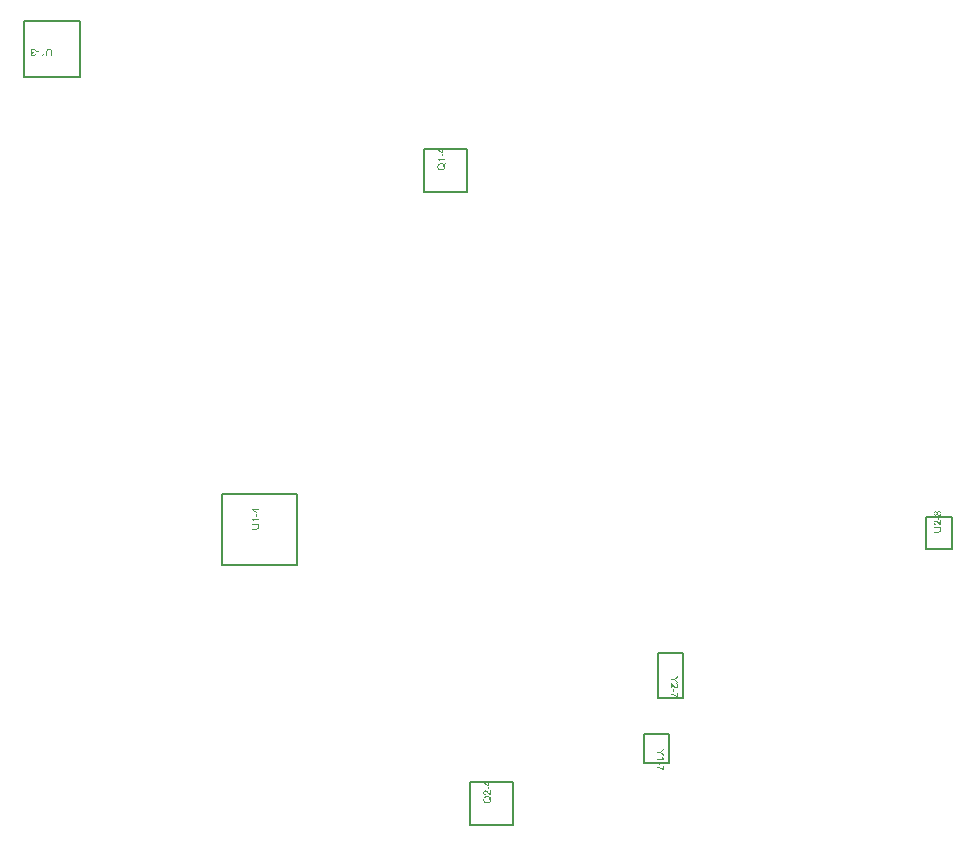
<source format=gbr>
%TF.GenerationSoftware,Altium Limited,Altium Designer,24.4.1 (13)*%
G04 Layer_Color=16711935*
%FSLAX45Y45*%
%MOMM*%
%TF.SameCoordinates,7BA59CB3-8EBC-4C6A-B4C6-80429C3BB8AE*%
%TF.FilePolarity,Positive*%
%TF.FileFunction,Other,Top_Assembly*%
%TF.Part,Single*%
G01*
G75*
%TA.AperFunction,NonConductor*%
%ADD93C,0.20000*%
G36*
X11725979Y6361493D02*
X11726580Y6361447D01*
X11727273Y6361354D01*
X11728059Y6361215D01*
X11728983Y6361030D01*
X11730000Y6360799D01*
X11731064Y6360522D01*
X11732173Y6360106D01*
X11733283Y6359644D01*
X11734438Y6359089D01*
X11735640Y6358395D01*
X11736750Y6357656D01*
X11737905Y6356731D01*
X11738969Y6355714D01*
X11739015Y6355668D01*
X11739200Y6355437D01*
X11739477Y6355113D01*
X11739847Y6354651D01*
X11740263Y6354096D01*
X11740725Y6353357D01*
X11741234Y6352571D01*
X11741742Y6351646D01*
X11742251Y6350583D01*
X11742759Y6349427D01*
X11743222Y6348179D01*
X11743638Y6346838D01*
X11744007Y6345359D01*
X11744285Y6343834D01*
X11744470Y6342169D01*
X11744516Y6340459D01*
Y6340043D01*
X11744470Y6339534D01*
X11744424Y6338887D01*
X11744331Y6338101D01*
X11744239Y6337177D01*
X11744054Y6336114D01*
X11743823Y6335004D01*
X11743499Y6333802D01*
X11743129Y6332554D01*
X11742713Y6331306D01*
X11742158Y6330011D01*
X11741511Y6328717D01*
X11740772Y6327469D01*
X11739893Y6326313D01*
X11738922Y6325158D01*
X11738876Y6325111D01*
X11738645Y6324926D01*
X11738368Y6324603D01*
X11737905Y6324279D01*
X11737351Y6323817D01*
X11736703Y6323308D01*
X11735964Y6322800D01*
X11735085Y6322291D01*
X11734115Y6321737D01*
X11733051Y6321228D01*
X11731896Y6320720D01*
X11730694Y6320304D01*
X11729353Y6319934D01*
X11727966Y6319610D01*
X11726487Y6319425D01*
X11724962Y6319379D01*
X11724869D01*
X11724684D01*
X11724361D01*
X11723898Y6319425D01*
X11723390Y6319471D01*
X11722743Y6319564D01*
X11722049Y6319656D01*
X11721310Y6319795D01*
X11720524Y6319934D01*
X11719645Y6320165D01*
X11718813Y6320396D01*
X11717935Y6320720D01*
X11717057Y6321089D01*
X11716178Y6321506D01*
X11715346Y6321968D01*
X11714514Y6322523D01*
X11714468Y6322569D01*
X11714329Y6322661D01*
X11714098Y6322846D01*
X11713821Y6323123D01*
X11713497Y6323447D01*
X11713081Y6323863D01*
X11712665Y6324325D01*
X11712203Y6324834D01*
X11711740Y6325481D01*
X11711278Y6326128D01*
X11710770Y6326868D01*
X11710307Y6327700D01*
X11709891Y6328578D01*
X11709475Y6329503D01*
X11709105Y6330520D01*
X11708782Y6331583D01*
Y6331537D01*
X11708689Y6331352D01*
X11708597Y6331121D01*
X11708458Y6330797D01*
X11708273Y6330381D01*
X11708042Y6329919D01*
X11707765Y6329411D01*
X11707487Y6328856D01*
X11706748Y6327654D01*
X11705869Y6326452D01*
X11704852Y6325296D01*
X11704298Y6324788D01*
X11703697Y6324325D01*
X11703650Y6324279D01*
X11703558Y6324233D01*
X11703373Y6324094D01*
X11703096Y6323956D01*
X11702772Y6323771D01*
X11702402Y6323586D01*
X11701940Y6323355D01*
X11701432Y6323170D01*
X11700877Y6322939D01*
X11700276Y6322707D01*
X11699629Y6322523D01*
X11698935Y6322338D01*
X11697410Y6322060D01*
X11696578Y6322014D01*
X11695745Y6321968D01*
X11695653D01*
X11695422D01*
X11695052Y6322014D01*
X11694590Y6322060D01*
X11693989Y6322106D01*
X11693295Y6322245D01*
X11692510Y6322384D01*
X11691677Y6322615D01*
X11690753Y6322846D01*
X11689828Y6323170D01*
X11688857Y6323586D01*
X11687840Y6324094D01*
X11686870Y6324649D01*
X11685853Y6325296D01*
X11684928Y6326082D01*
X11684004Y6326960D01*
X11683957Y6327007D01*
X11683819Y6327192D01*
X11683541Y6327469D01*
X11683264Y6327885D01*
X11682894Y6328393D01*
X11682478Y6328994D01*
X11682062Y6329688D01*
X11681600Y6330520D01*
X11681184Y6331398D01*
X11680768Y6332415D01*
X11680352Y6333525D01*
X11679982Y6334727D01*
X11679658Y6335975D01*
X11679427Y6337362D01*
X11679288Y6338795D01*
X11679242Y6340320D01*
Y6340690D01*
X11679288Y6341106D01*
X11679335Y6341707D01*
X11679381Y6342401D01*
X11679519Y6343233D01*
X11679658Y6344157D01*
X11679843Y6345128D01*
X11680120Y6346191D01*
X11680444Y6347301D01*
X11680814Y6348410D01*
X11681322Y6349520D01*
X11681877Y6350629D01*
X11682524Y6351739D01*
X11683264Y6352802D01*
X11684142Y6353773D01*
X11684188Y6353819D01*
X11684373Y6354004D01*
X11684651Y6354235D01*
X11685021Y6354559D01*
X11685483Y6354975D01*
X11686038Y6355391D01*
X11686685Y6355853D01*
X11687424Y6356361D01*
X11688257Y6356824D01*
X11689181Y6357286D01*
X11690152Y6357702D01*
X11691169Y6358118D01*
X11692278Y6358442D01*
X11693480Y6358673D01*
X11694682Y6358858D01*
X11695977Y6358904D01*
X11696023D01*
X11696162D01*
X11696393D01*
X11696716Y6358858D01*
X11697086Y6358812D01*
X11697548Y6358765D01*
X11698057Y6358719D01*
X11698612Y6358627D01*
X11699814Y6358349D01*
X11701108Y6357933D01*
X11701755Y6357656D01*
X11702402Y6357332D01*
X11703049Y6356962D01*
X11703697Y6356546D01*
X11703743Y6356500D01*
X11703835Y6356454D01*
X11704020Y6356315D01*
X11704251Y6356084D01*
X11704529Y6355853D01*
X11704806Y6355529D01*
X11705176Y6355206D01*
X11705546Y6354790D01*
X11705962Y6354281D01*
X11706378Y6353773D01*
X11706794Y6353172D01*
X11707210Y6352571D01*
X11707626Y6351831D01*
X11708042Y6351091D01*
X11708412Y6350306D01*
X11708782Y6349427D01*
Y6349473D01*
X11708874Y6349705D01*
X11708967Y6349982D01*
X11709152Y6350398D01*
X11709336Y6350907D01*
X11709614Y6351461D01*
X11709891Y6352108D01*
X11710261Y6352756D01*
X11710677Y6353495D01*
X11711139Y6354235D01*
X11711648Y6354975D01*
X11712203Y6355714D01*
X11712804Y6356454D01*
X11713497Y6357147D01*
X11714190Y6357841D01*
X11714976Y6358442D01*
X11715023Y6358488D01*
X11715161Y6358580D01*
X11715392Y6358719D01*
X11715716Y6358950D01*
X11716132Y6359181D01*
X11716641Y6359412D01*
X11717195Y6359690D01*
X11717842Y6360013D01*
X11718582Y6360291D01*
X11719322Y6360568D01*
X11720200Y6360799D01*
X11721078Y6361077D01*
X11722049Y6361262D01*
X11723020Y6361400D01*
X11724083Y6361493D01*
X11725193Y6361539D01*
X11725285D01*
X11725563D01*
X11725979Y6361493D01*
D02*
G37*
G36*
X11724268Y6288776D02*
X11716363D01*
Y6313000D01*
X11724268D01*
Y6288776D01*
D02*
G37*
G36*
X11743453Y6239035D02*
X11743407D01*
X11743314D01*
X11743175D01*
X11742990D01*
X11742713D01*
X11742436Y6239081D01*
X11741696Y6239127D01*
X11740910Y6239220D01*
X11739986Y6239358D01*
X11739015Y6239590D01*
X11738044Y6239913D01*
X11737998D01*
X11737859Y6240006D01*
X11737628Y6240098D01*
X11737304Y6240237D01*
X11736888Y6240375D01*
X11736426Y6240607D01*
X11735918Y6240884D01*
X11735363Y6241161D01*
X11734716Y6241485D01*
X11734068Y6241901D01*
X11732635Y6242779D01*
X11731110Y6243842D01*
X11729538Y6245091D01*
X11729492Y6245137D01*
X11729353Y6245276D01*
X11729122Y6245460D01*
X11728798Y6245738D01*
X11728382Y6246108D01*
X11727920Y6246570D01*
X11727365Y6247078D01*
X11726764Y6247726D01*
X11726071Y6248419D01*
X11725331Y6249159D01*
X11724546Y6249991D01*
X11723667Y6250915D01*
X11722789Y6251932D01*
X11721864Y6252996D01*
X11720893Y6254151D01*
X11719876Y6255353D01*
X11719830Y6255399D01*
X11719784Y6255492D01*
X11719645Y6255631D01*
X11719507Y6255816D01*
X11719276Y6256047D01*
X11719044Y6256324D01*
X11718443Y6257017D01*
X11717750Y6257896D01*
X11716872Y6258820D01*
X11715947Y6259884D01*
X11714930Y6260993D01*
X11713867Y6262195D01*
X11712757Y6263351D01*
X11711648Y6264553D01*
X11710492Y6265662D01*
X11709383Y6266772D01*
X11708319Y6267742D01*
X11707256Y6268667D01*
X11706285Y6269407D01*
X11706239Y6269453D01*
X11706054Y6269545D01*
X11705777Y6269730D01*
X11705453Y6270008D01*
X11704991Y6270285D01*
X11704483Y6270562D01*
X11703882Y6270932D01*
X11703234Y6271256D01*
X11702541Y6271579D01*
X11701801Y6271949D01*
X11700183Y6272550D01*
X11699351Y6272781D01*
X11698519Y6272966D01*
X11697687Y6273059D01*
X11696855Y6273105D01*
X11696809D01*
X11696624D01*
X11696393D01*
X11696069Y6273059D01*
X11695653Y6273012D01*
X11695191Y6272920D01*
X11694682Y6272827D01*
X11694127Y6272689D01*
X11693527Y6272504D01*
X11692879Y6272273D01*
X11692232Y6271995D01*
X11691585Y6271672D01*
X11690892Y6271302D01*
X11690244Y6270840D01*
X11689597Y6270331D01*
X11688996Y6269730D01*
X11688950Y6269684D01*
X11688857Y6269591D01*
X11688719Y6269407D01*
X11688488Y6269129D01*
X11688257Y6268806D01*
X11687979Y6268390D01*
X11687656Y6267927D01*
X11687378Y6267419D01*
X11687055Y6266818D01*
X11686777Y6266171D01*
X11686500Y6265431D01*
X11686269Y6264691D01*
X11686038Y6263859D01*
X11685899Y6262981D01*
X11685806Y6262056D01*
X11685760Y6261086D01*
Y6260531D01*
X11685806Y6260161D01*
X11685853Y6259652D01*
X11685945Y6259098D01*
X11686038Y6258497D01*
X11686176Y6257803D01*
X11686361Y6257110D01*
X11686592Y6256370D01*
X11686870Y6255631D01*
X11687193Y6254845D01*
X11687609Y6254105D01*
X11688072Y6253365D01*
X11688580Y6252626D01*
X11689181Y6251979D01*
X11689227Y6251932D01*
X11689320Y6251840D01*
X11689551Y6251655D01*
X11689782Y6251470D01*
X11690152Y6251193D01*
X11690568Y6250915D01*
X11691076Y6250592D01*
X11691631Y6250314D01*
X11692232Y6249991D01*
X11692972Y6249667D01*
X11693711Y6249390D01*
X11694544Y6249112D01*
X11695468Y6248928D01*
X11696439Y6248743D01*
X11697456Y6248650D01*
X11698565Y6248604D01*
X11697733Y6240514D01*
X11697687D01*
X11697641D01*
X11697502Y6240560D01*
X11697317D01*
X11696855Y6240607D01*
X11696254Y6240745D01*
X11695514Y6240884D01*
X11694636Y6241069D01*
X11693665Y6241300D01*
X11692648Y6241577D01*
X11691539Y6241947D01*
X11690429Y6242363D01*
X11689274Y6242872D01*
X11688118Y6243473D01*
X11687008Y6244120D01*
X11685945Y6244906D01*
X11684928Y6245738D01*
X11684004Y6246709D01*
X11683957Y6246755D01*
X11683819Y6246940D01*
X11683541Y6247263D01*
X11683264Y6247679D01*
X11682894Y6248234D01*
X11682478Y6248881D01*
X11682062Y6249667D01*
X11681600Y6250546D01*
X11681184Y6251563D01*
X11680768Y6252626D01*
X11680352Y6253828D01*
X11679982Y6255122D01*
X11679658Y6256509D01*
X11679427Y6257988D01*
X11679288Y6259560D01*
X11679242Y6261224D01*
Y6261640D01*
X11679288Y6262103D01*
X11679335Y6262750D01*
X11679381Y6263536D01*
X11679519Y6264414D01*
X11679658Y6265431D01*
X11679889Y6266494D01*
X11680167Y6267650D01*
X11680490Y6268806D01*
X11680906Y6270054D01*
X11681415Y6271256D01*
X11682016Y6272458D01*
X11682663Y6273613D01*
X11683449Y6274723D01*
X11684373Y6275786D01*
X11684420Y6275832D01*
X11684605Y6276017D01*
X11684882Y6276295D01*
X11685298Y6276618D01*
X11685760Y6277034D01*
X11686361Y6277496D01*
X11687055Y6278005D01*
X11687840Y6278513D01*
X11688719Y6278976D01*
X11689690Y6279484D01*
X11690753Y6279947D01*
X11691862Y6280363D01*
X11693064Y6280686D01*
X11694312Y6280964D01*
X11695653Y6281148D01*
X11697040Y6281195D01*
X11697086D01*
X11697225D01*
X11697410D01*
X11697687D01*
X11698057Y6281148D01*
X11698427Y6281102D01*
X11698889Y6281056D01*
X11699397Y6281010D01*
X11700553Y6280825D01*
X11701848Y6280548D01*
X11703188Y6280131D01*
X11704575Y6279623D01*
X11704621D01*
X11704760Y6279530D01*
X11704945Y6279438D01*
X11705222Y6279299D01*
X11705546Y6279161D01*
X11705962Y6278930D01*
X11706424Y6278698D01*
X11706933Y6278375D01*
X11707487Y6278051D01*
X11708088Y6277681D01*
X11709429Y6276757D01*
X11710122Y6276248D01*
X11710862Y6275694D01*
X11711602Y6275046D01*
X11712388Y6274399D01*
X11712434Y6274353D01*
X11712572Y6274214D01*
X11712804Y6274029D01*
X11713127Y6273706D01*
X11713543Y6273290D01*
X11714052Y6272781D01*
X11714653Y6272226D01*
X11715346Y6271533D01*
X11716086Y6270747D01*
X11716918Y6269823D01*
X11717842Y6268852D01*
X11718859Y6267742D01*
X11719923Y6266540D01*
X11721078Y6265246D01*
X11722327Y6263813D01*
X11723621Y6262287D01*
X11723667Y6262195D01*
X11723898Y6261964D01*
X11724176Y6261640D01*
X11724592Y6261178D01*
X11725054Y6260577D01*
X11725609Y6259976D01*
X11726210Y6259283D01*
X11726857Y6258543D01*
X11728198Y6256971D01*
X11728891Y6256232D01*
X11729538Y6255492D01*
X11730185Y6254799D01*
X11730740Y6254198D01*
X11731249Y6253643D01*
X11731711Y6253227D01*
X11731803Y6253134D01*
X11732081Y6252903D01*
X11732497Y6252533D01*
X11733005Y6252071D01*
X11733652Y6251563D01*
X11734346Y6251008D01*
X11735132Y6250453D01*
X11735918Y6249945D01*
Y6281287D01*
X11743453D01*
Y6239035D01*
D02*
G37*
G36*
X11718027Y6229050D02*
X11718859D01*
X11719784Y6229003D01*
X11720847Y6228911D01*
X11721957Y6228818D01*
X11723159Y6228680D01*
X11724407Y6228541D01*
X11726949Y6228171D01*
X11728244Y6227894D01*
X11729446Y6227616D01*
X11730648Y6227247D01*
X11731757Y6226877D01*
X11731803Y6226831D01*
X11731988Y6226784D01*
X11732312Y6226646D01*
X11732682Y6226461D01*
X11733190Y6226183D01*
X11733745Y6225906D01*
X11734346Y6225536D01*
X11735039Y6225074D01*
X11735779Y6224565D01*
X11736519Y6224011D01*
X11737258Y6223363D01*
X11738044Y6222624D01*
X11738830Y6221838D01*
X11739570Y6221006D01*
X11740309Y6220035D01*
X11741003Y6219018D01*
X11741049Y6218972D01*
X11741141Y6218741D01*
X11741326Y6218417D01*
X11741557Y6218001D01*
X11741835Y6217400D01*
X11742112Y6216753D01*
X11742436Y6215921D01*
X11742759Y6215042D01*
X11743083Y6213979D01*
X11743407Y6212870D01*
X11743684Y6211668D01*
X11743961Y6210327D01*
X11744192Y6208894D01*
X11744377Y6207369D01*
X11744470Y6205797D01*
X11744516Y6204086D01*
Y6203208D01*
X11744470Y6202607D01*
X11744424Y6201821D01*
X11744331Y6200943D01*
X11744239Y6199926D01*
X11744146Y6198863D01*
X11743961Y6197707D01*
X11743776Y6196505D01*
X11743499Y6195303D01*
X11743222Y6194055D01*
X11742852Y6192853D01*
X11742436Y6191605D01*
X11741973Y6190449D01*
X11741419Y6189340D01*
X11741373Y6189293D01*
X11741280Y6189109D01*
X11741095Y6188785D01*
X11740864Y6188415D01*
X11740540Y6187953D01*
X11740124Y6187398D01*
X11739662Y6186843D01*
X11739154Y6186196D01*
X11738553Y6185549D01*
X11737859Y6184856D01*
X11737166Y6184162D01*
X11736334Y6183515D01*
X11735502Y6182868D01*
X11734531Y6182267D01*
X11733560Y6181712D01*
X11732497Y6181204D01*
X11732404Y6181157D01*
X11732219Y6181111D01*
X11731896Y6180972D01*
X11731433Y6180834D01*
X11730833Y6180649D01*
X11730093Y6180464D01*
X11729261Y6180233D01*
X11728290Y6180002D01*
X11727181Y6179770D01*
X11725979Y6179539D01*
X11724684Y6179354D01*
X11723251Y6179170D01*
X11721726Y6179031D01*
X11720061Y6178892D01*
X11718305Y6178846D01*
X11716456Y6178800D01*
X11679473D01*
Y6187259D01*
X11716409D01*
X11716502D01*
X11716779D01*
X11717195D01*
X11717750Y6187306D01*
X11718443D01*
X11719229Y6187352D01*
X11720108Y6187398D01*
X11721078Y6187444D01*
X11722049Y6187537D01*
X11723066Y6187629D01*
X11725100Y6187907D01*
X11726071Y6188092D01*
X11727042Y6188276D01*
X11727920Y6188508D01*
X11728706Y6188785D01*
X11728752D01*
X11728891Y6188877D01*
X11729076Y6188970D01*
X11729353Y6189109D01*
X11729677Y6189247D01*
X11730047Y6189478D01*
X11730925Y6190033D01*
X11731896Y6190773D01*
X11732404Y6191189D01*
X11732913Y6191697D01*
X11733421Y6192206D01*
X11733884Y6192807D01*
X11734346Y6193408D01*
X11734762Y6194101D01*
Y6194147D01*
X11734854Y6194286D01*
X11734947Y6194471D01*
X11735085Y6194795D01*
X11735270Y6195164D01*
X11735455Y6195580D01*
X11735640Y6196089D01*
X11735825Y6196690D01*
X11736010Y6197337D01*
X11736195Y6198031D01*
X11736380Y6198770D01*
X11736565Y6199602D01*
X11736703Y6200481D01*
X11736796Y6201405D01*
X11736842Y6202330D01*
X11736888Y6203347D01*
Y6203763D01*
X11736842Y6204225D01*
Y6204872D01*
X11736750Y6205658D01*
X11736657Y6206490D01*
X11736519Y6207461D01*
X11736380Y6208524D01*
X11736149Y6209588D01*
X11735871Y6210697D01*
X11735502Y6211806D01*
X11735132Y6212916D01*
X11734623Y6213979D01*
X11734068Y6214950D01*
X11733421Y6215875D01*
X11732682Y6216660D01*
X11732635Y6216707D01*
X11732497Y6216845D01*
X11732219Y6217030D01*
X11731850Y6217261D01*
X11731341Y6217585D01*
X11730694Y6217909D01*
X11729954Y6218278D01*
X11729030Y6218648D01*
X11728013Y6219018D01*
X11726857Y6219388D01*
X11725516Y6219711D01*
X11724037Y6220035D01*
X11722373Y6220266D01*
X11720570Y6220451D01*
X11718582Y6220590D01*
X11716409Y6220636D01*
X11679473D01*
Y6229096D01*
X11716456D01*
X11716502D01*
X11716548D01*
X11716687D01*
X11716872D01*
X11717103D01*
X11717380D01*
X11718027Y6229050D01*
D02*
G37*
G36*
X4056621Y10275308D02*
X4057176Y10275261D01*
X4057916Y10275215D01*
X4058748Y10275076D01*
X4059672Y10274938D01*
X4060689Y10274707D01*
X4061753Y10274476D01*
X4062908Y10274152D01*
X4064064Y10273736D01*
X4065266Y10273227D01*
X4066422Y10272673D01*
X4067577Y10272025D01*
X4068733Y10271240D01*
X4069796Y10270361D01*
X4069843Y10270315D01*
X4070027Y10270130D01*
X4070305Y10269853D01*
X4070675Y10269437D01*
X4071091Y10268928D01*
X4071599Y10268327D01*
X4072108Y10267634D01*
X4072662Y10266848D01*
X4073217Y10265970D01*
X4073772Y10264953D01*
X4074280Y10263889D01*
X4074789Y10262734D01*
X4075205Y10261485D01*
X4075621Y10260191D01*
X4075898Y10258804D01*
X4076083Y10257325D01*
X4068225Y10256262D01*
Y10256354D01*
X4068178Y10256539D01*
X4068086Y10256909D01*
X4067947Y10257371D01*
X4067808Y10257926D01*
X4067624Y10258527D01*
X4067392Y10259220D01*
X4067161Y10259960D01*
X4066514Y10261578D01*
X4065728Y10263150D01*
X4065266Y10263936D01*
X4064757Y10264675D01*
X4064249Y10265322D01*
X4063648Y10265923D01*
X4063602Y10265970D01*
X4063509Y10266062D01*
X4063324Y10266201D01*
X4063047Y10266386D01*
X4062770Y10266617D01*
X4062354Y10266848D01*
X4061938Y10267125D01*
X4061429Y10267356D01*
X4060874Y10267634D01*
X4060273Y10267911D01*
X4059626Y10268142D01*
X4058933Y10268373D01*
X4058193Y10268558D01*
X4057407Y10268697D01*
X4056621Y10268789D01*
X4055743Y10268836D01*
X4055512D01*
X4055188Y10268789D01*
X4054818D01*
X4054310Y10268697D01*
X4053755Y10268651D01*
X4053154Y10268512D01*
X4052461Y10268373D01*
X4051767Y10268142D01*
X4050981Y10267911D01*
X4050196Y10267588D01*
X4049410Y10267218D01*
X4048624Y10266755D01*
X4047838Y10266247D01*
X4047098Y10265692D01*
X4046359Y10264999D01*
X4046312Y10264953D01*
X4046174Y10264814D01*
X4045989Y10264629D01*
X4045758Y10264305D01*
X4045480Y10263936D01*
X4045157Y10263473D01*
X4044787Y10262965D01*
X4044417Y10262364D01*
X4044094Y10261717D01*
X4043724Y10260977D01*
X4043400Y10260237D01*
X4043123Y10259359D01*
X4042892Y10258481D01*
X4042707Y10257556D01*
X4042568Y10256539D01*
X4042522Y10255522D01*
Y10255476D01*
Y10255291D01*
Y10255014D01*
X4042568Y10254597D01*
X4042614Y10254181D01*
X4042707Y10253627D01*
X4042799Y10253026D01*
X4042984Y10252379D01*
X4043169Y10251685D01*
X4043400Y10250945D01*
X4043677Y10250206D01*
X4044001Y10249466D01*
X4044417Y10248727D01*
X4044926Y10247987D01*
X4045434Y10247293D01*
X4046081Y10246600D01*
X4046128Y10246554D01*
X4046220Y10246461D01*
X4046451Y10246276D01*
X4046729Y10246045D01*
X4047052Y10245768D01*
X4047468Y10245491D01*
X4047977Y10245167D01*
X4048531Y10244843D01*
X4049132Y10244520D01*
X4049826Y10244196D01*
X4050565Y10243919D01*
X4051351Y10243641D01*
X4052183Y10243410D01*
X4053108Y10243225D01*
X4054033Y10243133D01*
X4055050Y10243087D01*
X4055466D01*
X4055928Y10243133D01*
X4056575Y10243179D01*
X4057407Y10243272D01*
X4058332Y10243457D01*
X4059395Y10243641D01*
X4060597Y10243919D01*
X4059719Y10237031D01*
X4059580D01*
X4059441Y10237077D01*
X4059256D01*
X4058840Y10237123D01*
X4057962D01*
X4057638Y10237077D01*
X4057176Y10237031D01*
X4056668Y10236985D01*
X4056113Y10236892D01*
X4055466Y10236800D01*
X4054772Y10236661D01*
X4054079Y10236476D01*
X4052553Y10236014D01*
X4051767Y10235736D01*
X4050981Y10235367D01*
X4050196Y10234997D01*
X4049456Y10234535D01*
X4049410Y10234488D01*
X4049271Y10234396D01*
X4049086Y10234257D01*
X4048809Y10234026D01*
X4048531Y10233749D01*
X4048162Y10233425D01*
X4047838Y10233009D01*
X4047422Y10232547D01*
X4047052Y10231992D01*
X4046682Y10231391D01*
X4046359Y10230744D01*
X4046081Y10230004D01*
X4045804Y10229218D01*
X4045619Y10228340D01*
X4045480Y10227415D01*
X4045434Y10226445D01*
Y10226398D01*
Y10226260D01*
Y10226029D01*
X4045480Y10225705D01*
X4045527Y10225381D01*
X4045573Y10224919D01*
X4045665Y10224457D01*
X4045804Y10223948D01*
X4046174Y10222839D01*
X4046405Y10222238D01*
X4046682Y10221637D01*
X4047006Y10221036D01*
X4047422Y10220435D01*
X4047884Y10219880D01*
X4048393Y10219326D01*
X4048439Y10219279D01*
X4048531Y10219187D01*
X4048670Y10219048D01*
X4048901Y10218863D01*
X4049225Y10218678D01*
X4049548Y10218401D01*
X4049964Y10218170D01*
X4050427Y10217892D01*
X4050935Y10217615D01*
X4051490Y10217384D01*
X4052137Y10217107D01*
X4052784Y10216922D01*
X4053524Y10216737D01*
X4054264Y10216598D01*
X4055096Y10216506D01*
X4055928Y10216459D01*
X4056390D01*
X4056668Y10216506D01*
X4057084Y10216552D01*
X4057546Y10216598D01*
X4058054Y10216691D01*
X4058609Y10216829D01*
X4059811Y10217153D01*
X4060412Y10217384D01*
X4061059Y10217708D01*
X4061706Y10218031D01*
X4062354Y10218401D01*
X4062955Y10218863D01*
X4063555Y10219372D01*
X4063602Y10219418D01*
X4063694Y10219510D01*
X4063833Y10219695D01*
X4064064Y10219926D01*
X4064295Y10220204D01*
X4064573Y10220574D01*
X4064850Y10221036D01*
X4065173Y10221498D01*
X4065497Y10222099D01*
X4065821Y10222746D01*
X4066190Y10223440D01*
X4066468Y10224226D01*
X4066791Y10225058D01*
X4067023Y10225936D01*
X4067254Y10226907D01*
X4067439Y10227970D01*
X4075297Y10226583D01*
Y10226537D01*
Y10226491D01*
X4075205Y10226213D01*
X4075113Y10225844D01*
X4074974Y10225289D01*
X4074789Y10224596D01*
X4074558Y10223856D01*
X4074280Y10223024D01*
X4073957Y10222099D01*
X4073541Y10221128D01*
X4073078Y10220111D01*
X4072524Y10219094D01*
X4071923Y10218077D01*
X4071276Y10217060D01*
X4070536Y10216090D01*
X4069704Y10215165D01*
X4068779Y10214333D01*
X4068733Y10214287D01*
X4068548Y10214148D01*
X4068271Y10213917D01*
X4067855Y10213639D01*
X4067346Y10213316D01*
X4066745Y10212946D01*
X4066052Y10212576D01*
X4065266Y10212160D01*
X4064388Y10211744D01*
X4063417Y10211374D01*
X4062400Y10211004D01*
X4061290Y10210681D01*
X4060088Y10210404D01*
X4058794Y10210172D01*
X4057453Y10210034D01*
X4056067Y10209987D01*
X4055558D01*
X4055188Y10210034D01*
X4054726D01*
X4054171Y10210126D01*
X4053570Y10210172D01*
X4052923Y10210265D01*
X4052183Y10210404D01*
X4051444Y10210542D01*
X4049826Y10210958D01*
X4048947Y10211189D01*
X4048115Y10211513D01*
X4047283Y10211837D01*
X4046451Y10212253D01*
X4046405Y10212299D01*
X4046266Y10212345D01*
X4046035Y10212484D01*
X4045711Y10212669D01*
X4045342Y10212900D01*
X4044926Y10213177D01*
X4044463Y10213501D01*
X4043955Y10213871D01*
X4042845Y10214749D01*
X4041736Y10215812D01*
X4040673Y10217014D01*
X4040164Y10217708D01*
X4039702Y10218401D01*
X4039656Y10218447D01*
X4039609Y10218586D01*
X4039471Y10218771D01*
X4039332Y10219094D01*
X4039147Y10219418D01*
X4038962Y10219880D01*
X4038731Y10220343D01*
X4038500Y10220897D01*
X4038315Y10221498D01*
X4038084Y10222099D01*
X4037714Y10223486D01*
X4037437Y10225012D01*
X4037390Y10225797D01*
X4037344Y10226630D01*
Y10226676D01*
Y10226814D01*
Y10227046D01*
X4037390Y10227323D01*
Y10227693D01*
X4037483Y10228109D01*
X4037529Y10228617D01*
X4037622Y10229126D01*
X4037899Y10230328D01*
X4038315Y10231576D01*
X4038546Y10232223D01*
X4038870Y10232917D01*
X4039193Y10233564D01*
X4039609Y10234211D01*
X4039656Y10234257D01*
X4039702Y10234350D01*
X4039841Y10234535D01*
X4040025Y10234766D01*
X4040257Y10235043D01*
X4040534Y10235367D01*
X4040858Y10235736D01*
X4041274Y10236153D01*
X4041690Y10236569D01*
X4042198Y10236985D01*
X4042707Y10237447D01*
X4043308Y10237909D01*
X4043955Y10238325D01*
X4044648Y10238787D01*
X4045388Y10239204D01*
X4046174Y10239573D01*
X4046128D01*
X4045943Y10239620D01*
X4045619Y10239712D01*
X4045249Y10239851D01*
X4044741Y10239989D01*
X4044186Y10240221D01*
X4043585Y10240452D01*
X4042938Y10240775D01*
X4042244Y10241099D01*
X4041505Y10241515D01*
X4040765Y10241931D01*
X4040025Y10242440D01*
X4039332Y10242994D01*
X4038639Y10243595D01*
X4037945Y10244289D01*
X4037344Y10245028D01*
X4037298Y10245075D01*
X4037206Y10245213D01*
X4037067Y10245444D01*
X4036836Y10245768D01*
X4036605Y10246184D01*
X4036327Y10246646D01*
X4036050Y10247201D01*
X4035772Y10247848D01*
X4035495Y10248588D01*
X4035172Y10249374D01*
X4034940Y10250206D01*
X4034709Y10251130D01*
X4034478Y10252101D01*
X4034339Y10253118D01*
X4034247Y10254181D01*
X4034201Y10255337D01*
Y10255430D01*
Y10255707D01*
X4034247Y10256169D01*
X4034293Y10256724D01*
X4034386Y10257464D01*
X4034524Y10258296D01*
X4034709Y10259220D01*
X4034987Y10260237D01*
X4035310Y10261347D01*
X4035680Y10262456D01*
X4036189Y10263658D01*
X4036789Y10264860D01*
X4037483Y10266062D01*
X4038315Y10267264D01*
X4039286Y10268420D01*
X4040349Y10269529D01*
X4040441Y10269575D01*
X4040626Y10269760D01*
X4040950Y10270084D01*
X4041459Y10270454D01*
X4042059Y10270870D01*
X4042753Y10271378D01*
X4043631Y10271887D01*
X4044556Y10272441D01*
X4045619Y10272996D01*
X4046821Y10273505D01*
X4048069Y10274013D01*
X4049456Y10274429D01*
X4050889Y10274799D01*
X4052461Y10275123D01*
X4054079Y10275308D01*
X4055789Y10275354D01*
X4056159D01*
X4056621Y10275308D01*
D02*
G37*
G36*
X4106825Y10247109D02*
X4082601D01*
Y10255014D01*
X4106825D01*
Y10247109D01*
D02*
G37*
G36*
X4192994Y10275215D02*
X4193780Y10275169D01*
X4194658Y10275076D01*
X4195675Y10274984D01*
X4196738Y10274892D01*
X4197894Y10274707D01*
X4199096Y10274522D01*
X4200298Y10274244D01*
X4201546Y10273967D01*
X4202748Y10273597D01*
X4203996Y10273181D01*
X4205152Y10272719D01*
X4206261Y10272164D01*
X4206308Y10272118D01*
X4206492Y10272025D01*
X4206816Y10271841D01*
X4207186Y10271609D01*
X4207648Y10271286D01*
X4208203Y10270870D01*
X4208758Y10270407D01*
X4209405Y10269899D01*
X4210052Y10269298D01*
X4210745Y10268605D01*
X4211439Y10267911D01*
X4212086Y10267079D01*
X4212733Y10266247D01*
X4213334Y10265276D01*
X4213889Y10264305D01*
X4214397Y10263242D01*
X4214444Y10263150D01*
X4214490Y10262965D01*
X4214629Y10262641D01*
X4214767Y10262179D01*
X4214952Y10261578D01*
X4215137Y10260838D01*
X4215368Y10260006D01*
X4215599Y10259035D01*
X4215831Y10257926D01*
X4216062Y10256724D01*
X4216247Y10255430D01*
X4216431Y10253997D01*
X4216570Y10252471D01*
X4216709Y10250807D01*
X4216755Y10249050D01*
X4216801Y10247201D01*
Y10210219D01*
X4208342D01*
Y10247155D01*
Y10247247D01*
Y10247525D01*
Y10247941D01*
X4208295Y10248495D01*
Y10249189D01*
X4208249Y10249975D01*
X4208203Y10250853D01*
X4208157Y10251824D01*
X4208064Y10252795D01*
X4207972Y10253812D01*
X4207694Y10255846D01*
X4207509Y10256816D01*
X4207325Y10257787D01*
X4207093Y10258666D01*
X4206816Y10259451D01*
Y10259498D01*
X4206724Y10259636D01*
X4206631Y10259821D01*
X4206492Y10260099D01*
X4206354Y10260422D01*
X4206123Y10260792D01*
X4205568Y10261670D01*
X4204828Y10262641D01*
X4204412Y10263150D01*
X4203904Y10263658D01*
X4203395Y10264167D01*
X4202794Y10264629D01*
X4202193Y10265091D01*
X4201500Y10265507D01*
X4201454D01*
X4201315Y10265600D01*
X4201130Y10265692D01*
X4200806Y10265831D01*
X4200437Y10266016D01*
X4200021Y10266201D01*
X4199512Y10266386D01*
X4198911Y10266571D01*
X4198264Y10266755D01*
X4197570Y10266940D01*
X4196831Y10267125D01*
X4195999Y10267310D01*
X4195120Y10267449D01*
X4194196Y10267541D01*
X4193271Y10267588D01*
X4192254Y10267634D01*
X4191838D01*
X4191376Y10267588D01*
X4190729D01*
X4189943Y10267495D01*
X4189111Y10267403D01*
X4188140Y10267264D01*
X4187077Y10267125D01*
X4186013Y10266894D01*
X4184904Y10266617D01*
X4183795Y10266247D01*
X4182685Y10265877D01*
X4181622Y10265369D01*
X4180651Y10264814D01*
X4179726Y10264167D01*
X4178941Y10263427D01*
X4178894Y10263381D01*
X4178756Y10263242D01*
X4178571Y10262965D01*
X4178340Y10262595D01*
X4178016Y10262086D01*
X4177692Y10261439D01*
X4177323Y10260700D01*
X4176953Y10259775D01*
X4176583Y10258758D01*
X4176213Y10257602D01*
X4175890Y10256262D01*
X4175566Y10254782D01*
X4175335Y10253118D01*
X4175150Y10251315D01*
X4175011Y10249327D01*
X4174965Y10247155D01*
Y10210219D01*
X4166505D01*
Y10247201D01*
Y10247247D01*
Y10247293D01*
Y10247432D01*
Y10247617D01*
Y10247848D01*
Y10248126D01*
X4166551Y10248773D01*
Y10249605D01*
X4166598Y10250529D01*
X4166690Y10251593D01*
X4166783Y10252702D01*
X4166921Y10253904D01*
X4167060Y10255152D01*
X4167430Y10257695D01*
X4167707Y10258989D01*
X4167985Y10260191D01*
X4168354Y10261393D01*
X4168724Y10262502D01*
X4168770Y10262549D01*
X4168817Y10262734D01*
X4168955Y10263057D01*
X4169140Y10263427D01*
X4169418Y10263936D01*
X4169695Y10264490D01*
X4170065Y10265091D01*
X4170527Y10265785D01*
X4171036Y10266524D01*
X4171590Y10267264D01*
X4172238Y10268004D01*
X4172977Y10268789D01*
X4173763Y10269575D01*
X4174595Y10270315D01*
X4175566Y10271055D01*
X4176583Y10271748D01*
X4176629Y10271794D01*
X4176860Y10271887D01*
X4177184Y10272072D01*
X4177600Y10272303D01*
X4178201Y10272580D01*
X4178848Y10272858D01*
X4179680Y10273181D01*
X4180559Y10273505D01*
X4181622Y10273828D01*
X4182731Y10274152D01*
X4183933Y10274429D01*
X4185274Y10274707D01*
X4186707Y10274938D01*
X4188232Y10275123D01*
X4189804Y10275215D01*
X4191515Y10275261D01*
X4192393D01*
X4192994Y10275215D01*
D02*
G37*
G36*
X4133868Y10224179D02*
X4133915Y10224226D01*
X4134007Y10224318D01*
X4134146Y10224457D01*
X4134377Y10224642D01*
X4134654Y10224873D01*
X4135024Y10225196D01*
X4135440Y10225520D01*
X4135856Y10225890D01*
X4136411Y10226260D01*
X4136966Y10226722D01*
X4137567Y10227138D01*
X4138214Y10227647D01*
X4138953Y10228109D01*
X4139693Y10228617D01*
X4141357Y10229634D01*
X4141403Y10229681D01*
X4141542Y10229773D01*
X4141820Y10229912D01*
X4142143Y10230050D01*
X4142513Y10230282D01*
X4142975Y10230559D01*
X4143530Y10230836D01*
X4144085Y10231160D01*
X4145379Y10231807D01*
X4146766Y10232454D01*
X4148199Y10233101D01*
X4149586Y10233656D01*
Y10226075D01*
X4149493Y10226029D01*
X4149308Y10225936D01*
X4148939Y10225751D01*
X4148476Y10225520D01*
X4147922Y10225243D01*
X4147228Y10224873D01*
X4146489Y10224457D01*
X4145703Y10223995D01*
X4144824Y10223440D01*
X4143900Y10222885D01*
X4141958Y10221591D01*
X4139970Y10220158D01*
X4138075Y10218586D01*
X4138029Y10218540D01*
X4137844Y10218401D01*
X4137613Y10218170D01*
X4137289Y10217846D01*
X4136873Y10217430D01*
X4136411Y10216968D01*
X4135902Y10216413D01*
X4135348Y10215858D01*
X4134793Y10215211D01*
X4134192Y10214518D01*
X4133036Y10213085D01*
X4131973Y10211559D01*
X4131511Y10210773D01*
X4131095Y10209987D01*
X4126010D01*
Y10274198D01*
X4133868D01*
Y10224179D01*
D02*
G37*
G36*
X7915526Y4067753D02*
X7930828D01*
Y4059894D01*
X7915526D01*
Y4032158D01*
X7908315D01*
X7866848Y4061327D01*
Y4067753D01*
X7908315D01*
Y4076398D01*
X7915526D01*
Y4067753D01*
D02*
G37*
G36*
X7911643Y4004005D02*
X7903738D01*
Y4028228D01*
X7911643D01*
Y4004005D01*
D02*
G37*
G36*
X7930828Y3954263D02*
X7930781D01*
X7930689D01*
X7930550D01*
X7930365D01*
X7930088D01*
X7929811Y3954310D01*
X7929071Y3954356D01*
X7928285Y3954448D01*
X7927361Y3954587D01*
X7926390Y3954818D01*
X7925419Y3955142D01*
X7925373D01*
X7925234Y3955234D01*
X7925003Y3955327D01*
X7924679Y3955465D01*
X7924263Y3955604D01*
X7923801Y3955835D01*
X7923293Y3956112D01*
X7922738Y3956390D01*
X7922091Y3956713D01*
X7921443Y3957129D01*
X7920010Y3958008D01*
X7918485Y3959071D01*
X7916913Y3960319D01*
X7916867Y3960365D01*
X7916728Y3960504D01*
X7916497Y3960689D01*
X7916173Y3960966D01*
X7915757Y3961336D01*
X7915295Y3961799D01*
X7914740Y3962307D01*
X7914139Y3962954D01*
X7913446Y3963648D01*
X7912706Y3964387D01*
X7911920Y3965219D01*
X7911042Y3966144D01*
X7910164Y3967161D01*
X7909239Y3968224D01*
X7908268Y3969380D01*
X7907251Y3970582D01*
X7907205Y3970628D01*
X7907159Y3970721D01*
X7907020Y3970859D01*
X7906882Y3971044D01*
X7906650Y3971275D01*
X7906419Y3971553D01*
X7905818Y3972246D01*
X7905125Y3973124D01*
X7904247Y3974049D01*
X7903322Y3975112D01*
X7902305Y3976222D01*
X7901242Y3977424D01*
X7900132Y3978579D01*
X7899023Y3979781D01*
X7897867Y3980891D01*
X7896758Y3982000D01*
X7895694Y3982971D01*
X7894631Y3983896D01*
X7893660Y3984635D01*
X7893614Y3984681D01*
X7893429Y3984774D01*
X7893152Y3984959D01*
X7892828Y3985236D01*
X7892366Y3985513D01*
X7891857Y3985791D01*
X7891257Y3986161D01*
X7890609Y3986484D01*
X7889916Y3986808D01*
X7889176Y3987178D01*
X7887558Y3987779D01*
X7886726Y3988010D01*
X7885894Y3988195D01*
X7885062Y3988287D01*
X7884230Y3988333D01*
X7884184D01*
X7883999D01*
X7883768D01*
X7883444Y3988287D01*
X7883028Y3988241D01*
X7882566Y3988148D01*
X7882057Y3988056D01*
X7881502Y3987917D01*
X7880901Y3987732D01*
X7880254Y3987501D01*
X7879607Y3987224D01*
X7878960Y3986900D01*
X7878266Y3986531D01*
X7877619Y3986068D01*
X7876972Y3985560D01*
X7876371Y3984959D01*
X7876325Y3984913D01*
X7876232Y3984820D01*
X7876094Y3984635D01*
X7875863Y3984358D01*
X7875631Y3984034D01*
X7875354Y3983618D01*
X7875030Y3983156D01*
X7874753Y3982647D01*
X7874430Y3982046D01*
X7874152Y3981399D01*
X7873875Y3980660D01*
X7873644Y3979920D01*
X7873412Y3979088D01*
X7873274Y3978209D01*
X7873181Y3977285D01*
X7873135Y3976314D01*
Y3975759D01*
X7873181Y3975390D01*
X7873228Y3974881D01*
X7873320Y3974326D01*
X7873412Y3973725D01*
X7873551Y3973032D01*
X7873736Y3972339D01*
X7873967Y3971599D01*
X7874245Y3970859D01*
X7874568Y3970073D01*
X7874984Y3969334D01*
X7875447Y3968594D01*
X7875955Y3967854D01*
X7876556Y3967207D01*
X7876602Y3967161D01*
X7876695Y3967069D01*
X7876926Y3966884D01*
X7877157Y3966699D01*
X7877527Y3966421D01*
X7877943Y3966144D01*
X7878451Y3965820D01*
X7879006Y3965543D01*
X7879607Y3965219D01*
X7880347Y3964896D01*
X7881086Y3964618D01*
X7881918Y3964341D01*
X7882843Y3964156D01*
X7883814Y3963971D01*
X7884831Y3963879D01*
X7885940Y3963833D01*
X7885108Y3955743D01*
X7885062D01*
X7885016D01*
X7884877Y3955789D01*
X7884692D01*
X7884230Y3955835D01*
X7883629Y3955974D01*
X7882889Y3956112D01*
X7882011Y3956297D01*
X7881040Y3956529D01*
X7880023Y3956806D01*
X7878914Y3957176D01*
X7877804Y3957592D01*
X7876648Y3958100D01*
X7875493Y3958701D01*
X7874383Y3959348D01*
X7873320Y3960134D01*
X7872303Y3960966D01*
X7871378Y3961937D01*
X7871332Y3961983D01*
X7871194Y3962168D01*
X7870916Y3962492D01*
X7870639Y3962908D01*
X7870269Y3963463D01*
X7869853Y3964110D01*
X7869437Y3964896D01*
X7868975Y3965774D01*
X7868559Y3966791D01*
X7868143Y3967854D01*
X7867726Y3969056D01*
X7867357Y3970351D01*
X7867033Y3971738D01*
X7866802Y3973217D01*
X7866663Y3974789D01*
X7866617Y3976453D01*
Y3976869D01*
X7866663Y3977331D01*
X7866709Y3977978D01*
X7866756Y3978764D01*
X7866894Y3979643D01*
X7867033Y3980660D01*
X7867264Y3981723D01*
X7867542Y3982878D01*
X7867865Y3984034D01*
X7868281Y3985282D01*
X7868790Y3986484D01*
X7869391Y3987686D01*
X7870038Y3988842D01*
X7870824Y3989951D01*
X7871748Y3991015D01*
X7871795Y3991061D01*
X7871979Y3991246D01*
X7872257Y3991523D01*
X7872673Y3991847D01*
X7873135Y3992263D01*
X7873736Y3992725D01*
X7874430Y3993234D01*
X7875215Y3993742D01*
X7876094Y3994204D01*
X7877065Y3994713D01*
X7878128Y3995175D01*
X7879237Y3995591D01*
X7880439Y3995915D01*
X7881687Y3996192D01*
X7883028Y3996377D01*
X7884415Y3996423D01*
X7884461D01*
X7884600D01*
X7884785D01*
X7885062D01*
X7885432Y3996377D01*
X7885802Y3996331D01*
X7886264Y3996285D01*
X7886772Y3996238D01*
X7887928Y3996053D01*
X7889222Y3995776D01*
X7890563Y3995360D01*
X7891950Y3994852D01*
X7891996D01*
X7892135Y3994759D01*
X7892320Y3994667D01*
X7892597Y3994528D01*
X7892921Y3994389D01*
X7893337Y3994158D01*
X7893799Y3993927D01*
X7894308Y3993603D01*
X7894862Y3993280D01*
X7895463Y3992910D01*
X7896804Y3991985D01*
X7897497Y3991477D01*
X7898237Y3990922D01*
X7898977Y3990275D01*
X7899762Y3989628D01*
X7899809Y3989582D01*
X7899947Y3989443D01*
X7900179Y3989258D01*
X7900502Y3988934D01*
X7900918Y3988518D01*
X7901427Y3988010D01*
X7902028Y3987455D01*
X7902721Y3986762D01*
X7903461Y3985976D01*
X7904293Y3985051D01*
X7905217Y3984080D01*
X7906234Y3982971D01*
X7907298Y3981769D01*
X7908453Y3980475D01*
X7909701Y3979042D01*
X7910996Y3977516D01*
X7911042Y3977424D01*
X7911273Y3977192D01*
X7911551Y3976869D01*
X7911967Y3976407D01*
X7912429Y3975806D01*
X7912984Y3975205D01*
X7913585Y3974511D01*
X7914232Y3973772D01*
X7915572Y3972200D01*
X7916266Y3971460D01*
X7916913Y3970721D01*
X7917560Y3970027D01*
X7918115Y3969426D01*
X7918623Y3968871D01*
X7919086Y3968455D01*
X7919178Y3968363D01*
X7919456Y3968132D01*
X7919872Y3967762D01*
X7920380Y3967300D01*
X7921027Y3966791D01*
X7921721Y3966236D01*
X7922507Y3965682D01*
X7923293Y3965173D01*
Y3996516D01*
X7930828D01*
Y3954263D01*
D02*
G37*
G36*
X7935774Y3945757D02*
X7935728Y3945665D01*
X7935635Y3945434D01*
X7935497Y3945064D01*
X7935312Y3944555D01*
X7935034Y3943955D01*
X7934711Y3943215D01*
X7934295Y3942383D01*
X7933879Y3941458D01*
X7933324Y3940441D01*
X7932769Y3939378D01*
X7932122Y3938222D01*
X7931429Y3937067D01*
X7930643Y3935818D01*
X7929811Y3934570D01*
X7928932Y3933322D01*
X7927962Y3932028D01*
X7928008Y3931935D01*
X7928146Y3931704D01*
X7928331Y3931334D01*
X7928563Y3930780D01*
X7928886Y3930132D01*
X7929210Y3929300D01*
X7929580Y3928422D01*
X7929903Y3927405D01*
X7930273Y3926295D01*
X7930643Y3925047D01*
X7930966Y3923753D01*
X7931290Y3922412D01*
X7931521Y3920933D01*
X7931706Y3919454D01*
X7931845Y3917928D01*
X7931891Y3916310D01*
Y3915940D01*
X7931845Y3915478D01*
Y3914831D01*
X7931752Y3914091D01*
X7931660Y3913167D01*
X7931521Y3912196D01*
X7931382Y3911086D01*
X7931151Y3909884D01*
X7930874Y3908636D01*
X7930550Y3907342D01*
X7930134Y3906001D01*
X7929672Y3904614D01*
X7929117Y3903274D01*
X7928470Y3901887D01*
X7927730Y3900546D01*
X7927684Y3900454D01*
X7927545Y3900223D01*
X7927268Y3899853D01*
X7926945Y3899391D01*
X7926528Y3898790D01*
X7926020Y3898096D01*
X7925373Y3897357D01*
X7924679Y3896525D01*
X7923893Y3895646D01*
X7923015Y3894768D01*
X7922044Y3893890D01*
X7920981Y3892965D01*
X7919825Y3892087D01*
X7918623Y3891208D01*
X7917329Y3890376D01*
X7915942Y3889637D01*
X7915850Y3889590D01*
X7915619Y3889498D01*
X7915156Y3889267D01*
X7914602Y3889036D01*
X7913908Y3888758D01*
X7913030Y3888435D01*
X7912059Y3888111D01*
X7910950Y3887741D01*
X7909748Y3887371D01*
X7908453Y3887048D01*
X7907020Y3886724D01*
X7905541Y3886447D01*
X7903969Y3886216D01*
X7902305Y3886031D01*
X7900595Y3885892D01*
X7898838Y3885846D01*
X7898792D01*
X7898745D01*
X7898607D01*
X7898422D01*
X7898191D01*
X7897913Y3885892D01*
X7897220D01*
X7896434Y3885985D01*
X7895463Y3886031D01*
X7894354Y3886170D01*
X7893152Y3886308D01*
X7891857Y3886539D01*
X7890471Y3886770D01*
X7889084Y3887094D01*
X7887604Y3887464D01*
X7886125Y3887926D01*
X7884600Y3888435D01*
X7883120Y3888989D01*
X7881641Y3889683D01*
X7881549Y3889729D01*
X7881317Y3889868D01*
X7880901Y3890099D01*
X7880347Y3890376D01*
X7879700Y3890792D01*
X7878960Y3891255D01*
X7878128Y3891856D01*
X7877249Y3892503D01*
X7876325Y3893242D01*
X7875354Y3894028D01*
X7874337Y3894907D01*
X7873366Y3895924D01*
X7872395Y3896941D01*
X7871471Y3898096D01*
X7870593Y3899298D01*
X7869807Y3900593D01*
X7869760Y3900685D01*
X7869622Y3900916D01*
X7869437Y3901286D01*
X7869160Y3901841D01*
X7868882Y3902534D01*
X7868512Y3903320D01*
X7868143Y3904198D01*
X7867773Y3905262D01*
X7867403Y3906371D01*
X7867033Y3907573D01*
X7866663Y3908914D01*
X7866386Y3910301D01*
X7866108Y3911734D01*
X7865924Y3913259D01*
X7865785Y3914831D01*
X7865739Y3916449D01*
Y3916865D01*
X7865785Y3917327D01*
Y3917928D01*
X7865877Y3918714D01*
X7865970Y3919639D01*
X7866108Y3920656D01*
X7866247Y3921765D01*
X7866478Y3922967D01*
X7866756Y3924261D01*
X7867125Y3925602D01*
X7867495Y3926943D01*
X7868004Y3928329D01*
X7868559Y3929716D01*
X7869206Y3931103D01*
X7869945Y3932444D01*
X7869992Y3932536D01*
X7870130Y3932767D01*
X7870361Y3933137D01*
X7870731Y3933599D01*
X7871147Y3934200D01*
X7871656Y3934894D01*
X7872303Y3935633D01*
X7872996Y3936466D01*
X7873782Y3937344D01*
X7874661Y3938222D01*
X7875631Y3939147D01*
X7876695Y3940025D01*
X7877850Y3940903D01*
X7879052Y3941782D01*
X7880347Y3942568D01*
X7881734Y3943307D01*
X7881826Y3943354D01*
X7882057Y3943492D01*
X7882473Y3943677D01*
X7883074Y3943908D01*
X7883768Y3944186D01*
X7884646Y3944509D01*
X7885617Y3944833D01*
X7886726Y3945203D01*
X7887928Y3945526D01*
X7889222Y3945850D01*
X7890656Y3946173D01*
X7892135Y3946451D01*
X7893707Y3946728D01*
X7895325Y3946913D01*
X7897035Y3947006D01*
X7898792Y3947052D01*
X7898884D01*
X7899161D01*
X7899578D01*
X7900132Y3947006D01*
X7900826Y3946959D01*
X7901612Y3946913D01*
X7902536Y3946867D01*
X7903553Y3946774D01*
X7904616Y3946636D01*
X7905726Y3946451D01*
X7906928Y3946266D01*
X7908130Y3946035D01*
X7909378Y3945757D01*
X7910580Y3945434D01*
X7911828Y3945064D01*
X7913030Y3944648D01*
X7913122Y3944602D01*
X7913307Y3944555D01*
X7913631Y3944417D01*
X7914093Y3944186D01*
X7914648Y3943955D01*
X7915249Y3943631D01*
X7915988Y3943261D01*
X7916728Y3942845D01*
X7917560Y3942337D01*
X7918439Y3941828D01*
X7919363Y3941227D01*
X7920288Y3940580D01*
X7921212Y3939886D01*
X7922137Y3939101D01*
X7923061Y3938268D01*
X7923940Y3937390D01*
X7923986Y3937436D01*
X7924125Y3937668D01*
X7924310Y3937945D01*
X7924587Y3938407D01*
X7924957Y3938916D01*
X7925327Y3939517D01*
X7925743Y3940210D01*
X7926205Y3940950D01*
X7926667Y3941782D01*
X7927176Y3942614D01*
X7928193Y3944463D01*
X7929117Y3946358D01*
X7929533Y3947329D01*
X7929903Y3948254D01*
X7935774Y3945757D01*
D02*
G37*
G36*
X5954237Y6377824D02*
X5969538D01*
Y6369965D01*
X5954237D01*
Y6342228D01*
X5947025D01*
X5905558Y6371398D01*
Y6377824D01*
X5947025D01*
Y6386468D01*
X5954237D01*
Y6377824D01*
D02*
G37*
G36*
X5950353Y6314075D02*
X5942448D01*
Y6338299D01*
X5950353D01*
Y6314075D01*
D02*
G37*
G36*
X5969538Y6287032D02*
X5919519D01*
X5919566Y6286986D01*
X5919658Y6286893D01*
X5919797Y6286755D01*
X5919982Y6286523D01*
X5920213Y6286246D01*
X5920536Y6285876D01*
X5920860Y6285460D01*
X5921230Y6285044D01*
X5921600Y6284489D01*
X5922062Y6283935D01*
X5922478Y6283334D01*
X5922986Y6282686D01*
X5923449Y6281947D01*
X5923957Y6281207D01*
X5924974Y6279543D01*
X5925020Y6279497D01*
X5925113Y6279358D01*
X5925252Y6279081D01*
X5925390Y6278757D01*
X5925621Y6278387D01*
X5925899Y6277925D01*
X5926176Y6277370D01*
X5926500Y6276815D01*
X5927147Y6275521D01*
X5927794Y6274134D01*
X5928441Y6272701D01*
X5928996Y6271314D01*
X5921415D01*
X5921368Y6271407D01*
X5921276Y6271592D01*
X5921091Y6271962D01*
X5920860Y6272424D01*
X5920583Y6272979D01*
X5920213Y6273672D01*
X5919797Y6274412D01*
X5919334Y6275198D01*
X5918780Y6276076D01*
X5918225Y6277000D01*
X5916931Y6278942D01*
X5915497Y6280930D01*
X5913926Y6282825D01*
X5913879Y6282871D01*
X5913741Y6283056D01*
X5913510Y6283287D01*
X5913186Y6283611D01*
X5912770Y6284027D01*
X5912308Y6284489D01*
X5911753Y6284998D01*
X5911198Y6285553D01*
X5910551Y6286107D01*
X5909858Y6286708D01*
X5908425Y6287864D01*
X5906899Y6288927D01*
X5906113Y6289390D01*
X5905327Y6289806D01*
Y6294891D01*
X5969538D01*
Y6287032D01*
D02*
G37*
G36*
X5944113Y6254349D02*
X5944945D01*
X5945869Y6254302D01*
X5946932Y6254210D01*
X5948042Y6254118D01*
X5949244Y6253979D01*
X5950492Y6253840D01*
X5953035Y6253470D01*
X5954329Y6253193D01*
X5955531Y6252916D01*
X5956733Y6252546D01*
X5957842Y6252176D01*
X5957889Y6252130D01*
X5958073Y6252084D01*
X5958397Y6251945D01*
X5958767Y6251760D01*
X5959275Y6251483D01*
X5959830Y6251205D01*
X5960431Y6250835D01*
X5961124Y6250373D01*
X5961864Y6249865D01*
X5962604Y6249310D01*
X5963343Y6248663D01*
X5964129Y6247923D01*
X5964915Y6247137D01*
X5965655Y6246305D01*
X5966394Y6245334D01*
X5967088Y6244317D01*
X5967134Y6244271D01*
X5967227Y6244040D01*
X5967411Y6243716D01*
X5967643Y6243300D01*
X5967920Y6242699D01*
X5968197Y6242052D01*
X5968521Y6241220D01*
X5968845Y6240342D01*
X5969168Y6239278D01*
X5969492Y6238169D01*
X5969769Y6236967D01*
X5970046Y6235626D01*
X5970278Y6234193D01*
X5970463Y6232668D01*
X5970555Y6231096D01*
X5970601Y6229386D01*
Y6228507D01*
X5970555Y6227906D01*
X5970509Y6227120D01*
X5970416Y6226242D01*
X5970324Y6225225D01*
X5970231Y6224162D01*
X5970046Y6223006D01*
X5969862Y6221804D01*
X5969584Y6220602D01*
X5969307Y6219354D01*
X5968937Y6218152D01*
X5968521Y6216904D01*
X5968059Y6215748D01*
X5967504Y6214639D01*
X5967458Y6214593D01*
X5967365Y6214408D01*
X5967180Y6214084D01*
X5966949Y6213714D01*
X5966626Y6213252D01*
X5966210Y6212697D01*
X5965747Y6212143D01*
X5965239Y6211495D01*
X5964638Y6210848D01*
X5963944Y6210155D01*
X5963251Y6209461D01*
X5962419Y6208814D01*
X5961587Y6208167D01*
X5960616Y6207566D01*
X5959645Y6207011D01*
X5958582Y6206503D01*
X5958489Y6206456D01*
X5958305Y6206410D01*
X5957981Y6206272D01*
X5957519Y6206133D01*
X5956918Y6205948D01*
X5956178Y6205763D01*
X5955346Y6205532D01*
X5954375Y6205301D01*
X5953266Y6205070D01*
X5952064Y6204838D01*
X5950769Y6204654D01*
X5949336Y6204469D01*
X5947811Y6204330D01*
X5946147Y6204191D01*
X5944390Y6204145D01*
X5942541Y6204099D01*
X5905558D01*
Y6212559D01*
X5942495D01*
X5942587D01*
X5942864D01*
X5943280D01*
X5943835Y6212605D01*
X5944529D01*
X5945314Y6212651D01*
X5946193Y6212697D01*
X5947164Y6212743D01*
X5948134Y6212836D01*
X5949151Y6212928D01*
X5951185Y6213206D01*
X5952156Y6213391D01*
X5953127Y6213576D01*
X5954005Y6213807D01*
X5954791Y6214084D01*
X5954837D01*
X5954976Y6214177D01*
X5955161Y6214269D01*
X5955438Y6214408D01*
X5955762Y6214546D01*
X5956132Y6214778D01*
X5957010Y6215332D01*
X5957981Y6216072D01*
X5958489Y6216488D01*
X5958998Y6216996D01*
X5959506Y6217505D01*
X5959969Y6218106D01*
X5960431Y6218707D01*
X5960847Y6219400D01*
Y6219447D01*
X5960940Y6219585D01*
X5961032Y6219770D01*
X5961171Y6220094D01*
X5961356Y6220464D01*
X5961541Y6220880D01*
X5961725Y6221388D01*
X5961910Y6221989D01*
X5962095Y6222636D01*
X5962280Y6223330D01*
X5962465Y6224069D01*
X5962650Y6224901D01*
X5962789Y6225780D01*
X5962881Y6226704D01*
X5962927Y6227629D01*
X5962974Y6228646D01*
Y6229062D01*
X5962927Y6229524D01*
Y6230171D01*
X5962835Y6230957D01*
X5962742Y6231789D01*
X5962604Y6232760D01*
X5962465Y6233823D01*
X5962234Y6234887D01*
X5961957Y6235996D01*
X5961587Y6237106D01*
X5961217Y6238215D01*
X5960708Y6239278D01*
X5960154Y6240249D01*
X5959506Y6241174D01*
X5958767Y6241960D01*
X5958721Y6242006D01*
X5958582Y6242144D01*
X5958305Y6242329D01*
X5957935Y6242561D01*
X5957426Y6242884D01*
X5956779Y6243208D01*
X5956039Y6243578D01*
X5955115Y6243947D01*
X5954098Y6244317D01*
X5952942Y6244687D01*
X5951602Y6245011D01*
X5950122Y6245334D01*
X5948458Y6245565D01*
X5946655Y6245750D01*
X5944667Y6245889D01*
X5942495Y6245935D01*
X5905558D01*
Y6254395D01*
X5942541D01*
X5942587D01*
X5942633D01*
X5942772D01*
X5942957D01*
X5943188D01*
X5943465D01*
X5944113Y6254349D01*
D02*
G37*
G36*
X7526906Y9427153D02*
X7542208D01*
Y9419294D01*
X7526906D01*
Y9391558D01*
X7519695D01*
X7478228Y9420727D01*
Y9427153D01*
X7519695D01*
Y9435798D01*
X7526906D01*
Y9427153D01*
D02*
G37*
G36*
X7523023Y9363405D02*
X7515118D01*
Y9387628D01*
X7523023D01*
Y9363405D01*
D02*
G37*
G36*
X7542208Y9336361D02*
X7492189D01*
X7492235Y9336315D01*
X7492328Y9336223D01*
X7492466Y9336084D01*
X7492651Y9335853D01*
X7492882Y9335575D01*
X7493206Y9335206D01*
X7493530Y9334790D01*
X7493899Y9334374D01*
X7494269Y9333819D01*
X7494732Y9333264D01*
X7495148Y9332663D01*
X7495656Y9332016D01*
X7496118Y9331276D01*
X7496627Y9330537D01*
X7497644Y9328872D01*
X7497690Y9328826D01*
X7497783Y9328687D01*
X7497921Y9328410D01*
X7498060Y9328086D01*
X7498291Y9327717D01*
X7498568Y9327254D01*
X7498846Y9326700D01*
X7499169Y9326145D01*
X7499817Y9324851D01*
X7500464Y9323464D01*
X7501111Y9322031D01*
X7501666Y9320644D01*
X7494084D01*
X7494038Y9320736D01*
X7493946Y9320921D01*
X7493761Y9321291D01*
X7493530Y9321753D01*
X7493252Y9322308D01*
X7492882Y9323001D01*
X7492466Y9323741D01*
X7492004Y9324527D01*
X7491449Y9325405D01*
X7490895Y9326330D01*
X7489600Y9328271D01*
X7488167Y9330259D01*
X7486595Y9332155D01*
X7486549Y9332201D01*
X7486410Y9332386D01*
X7486179Y9332617D01*
X7485856Y9332940D01*
X7485440Y9333356D01*
X7484977Y9333819D01*
X7484423Y9334327D01*
X7483868Y9334882D01*
X7483221Y9335437D01*
X7482527Y9336038D01*
X7481094Y9337193D01*
X7479569Y9338257D01*
X7478783Y9338719D01*
X7477997Y9339135D01*
Y9344220D01*
X7542208D01*
Y9336361D01*
D02*
G37*
G36*
X7547154Y9305157D02*
X7547108Y9305065D01*
X7547015Y9304834D01*
X7546877Y9304464D01*
X7546692Y9303955D01*
X7546414Y9303355D01*
X7546091Y9302615D01*
X7545675Y9301783D01*
X7545259Y9300858D01*
X7544704Y9299841D01*
X7544149Y9298778D01*
X7543502Y9297622D01*
X7542809Y9296467D01*
X7542023Y9295218D01*
X7541191Y9293970D01*
X7540312Y9292722D01*
X7539342Y9291428D01*
X7539388Y9291335D01*
X7539526Y9291104D01*
X7539711Y9290734D01*
X7539943Y9290180D01*
X7540266Y9289532D01*
X7540590Y9288700D01*
X7540960Y9287822D01*
X7541283Y9286805D01*
X7541653Y9285695D01*
X7542023Y9284447D01*
X7542346Y9283153D01*
X7542670Y9281812D01*
X7542901Y9280333D01*
X7543086Y9278854D01*
X7543225Y9277328D01*
X7543271Y9275710D01*
Y9275340D01*
X7543225Y9274878D01*
Y9274231D01*
X7543132Y9273491D01*
X7543040Y9272567D01*
X7542901Y9271596D01*
X7542762Y9270486D01*
X7542531Y9269284D01*
X7542254Y9268036D01*
X7541930Y9266742D01*
X7541514Y9265401D01*
X7541052Y9264014D01*
X7540497Y9262674D01*
X7539850Y9261287D01*
X7539110Y9259946D01*
X7539064Y9259854D01*
X7538925Y9259623D01*
X7538648Y9259253D01*
X7538325Y9258791D01*
X7537908Y9258190D01*
X7537400Y9257496D01*
X7536753Y9256757D01*
X7536059Y9255925D01*
X7535273Y9255046D01*
X7534395Y9254168D01*
X7533424Y9253290D01*
X7532361Y9252365D01*
X7531205Y9251487D01*
X7530003Y9250608D01*
X7528709Y9249776D01*
X7527322Y9249037D01*
X7527230Y9248990D01*
X7526999Y9248898D01*
X7526536Y9248667D01*
X7525982Y9248436D01*
X7525288Y9248158D01*
X7524410Y9247835D01*
X7523439Y9247511D01*
X7522330Y9247141D01*
X7521128Y9246771D01*
X7519833Y9246448D01*
X7518400Y9246124D01*
X7516921Y9245847D01*
X7515349Y9245616D01*
X7513685Y9245431D01*
X7511975Y9245292D01*
X7510218Y9245246D01*
X7510172D01*
X7510125D01*
X7509987D01*
X7509802D01*
X7509571D01*
X7509293Y9245292D01*
X7508600D01*
X7507814Y9245385D01*
X7506843Y9245431D01*
X7505734Y9245570D01*
X7504532Y9245708D01*
X7503237Y9245939D01*
X7501851Y9246170D01*
X7500464Y9246494D01*
X7498984Y9246864D01*
X7497505Y9247326D01*
X7495980Y9247835D01*
X7494500Y9248389D01*
X7493021Y9249083D01*
X7492929Y9249129D01*
X7492697Y9249268D01*
X7492281Y9249499D01*
X7491727Y9249776D01*
X7491080Y9250192D01*
X7490340Y9250655D01*
X7489508Y9251256D01*
X7488629Y9251903D01*
X7487705Y9252642D01*
X7486734Y9253428D01*
X7485717Y9254307D01*
X7484746Y9255324D01*
X7483775Y9256341D01*
X7482851Y9257496D01*
X7481973Y9258698D01*
X7481187Y9259993D01*
X7481140Y9260085D01*
X7481002Y9260316D01*
X7480817Y9260686D01*
X7480540Y9261241D01*
X7480262Y9261934D01*
X7479892Y9262720D01*
X7479523Y9263598D01*
X7479153Y9264662D01*
X7478783Y9265771D01*
X7478413Y9266973D01*
X7478043Y9268314D01*
X7477766Y9269701D01*
X7477488Y9271134D01*
X7477304Y9272659D01*
X7477165Y9274231D01*
X7477119Y9275849D01*
Y9276265D01*
X7477165Y9276727D01*
Y9277328D01*
X7477257Y9278114D01*
X7477350Y9279039D01*
X7477488Y9280056D01*
X7477627Y9281165D01*
X7477858Y9282367D01*
X7478136Y9283661D01*
X7478505Y9285002D01*
X7478875Y9286343D01*
X7479384Y9287729D01*
X7479939Y9289116D01*
X7480586Y9290503D01*
X7481325Y9291844D01*
X7481372Y9291936D01*
X7481510Y9292167D01*
X7481741Y9292537D01*
X7482111Y9292999D01*
X7482527Y9293600D01*
X7483036Y9294294D01*
X7483683Y9295033D01*
X7484376Y9295866D01*
X7485162Y9296744D01*
X7486041Y9297622D01*
X7487011Y9298547D01*
X7488075Y9299425D01*
X7489230Y9300303D01*
X7490432Y9301182D01*
X7491727Y9301968D01*
X7493114Y9302707D01*
X7493206Y9302754D01*
X7493437Y9302892D01*
X7493853Y9303077D01*
X7494454Y9303308D01*
X7495148Y9303586D01*
X7496026Y9303909D01*
X7496997Y9304233D01*
X7498106Y9304603D01*
X7499308Y9304926D01*
X7500602Y9305250D01*
X7502036Y9305573D01*
X7503515Y9305851D01*
X7505087Y9306128D01*
X7506705Y9306313D01*
X7508415Y9306406D01*
X7510172Y9306452D01*
X7510264D01*
X7510541D01*
X7510958D01*
X7511512Y9306406D01*
X7512206Y9306359D01*
X7512992Y9306313D01*
X7513916Y9306267D01*
X7514933Y9306174D01*
X7515996Y9306036D01*
X7517106Y9305851D01*
X7518308Y9305666D01*
X7519510Y9305435D01*
X7520758Y9305157D01*
X7521960Y9304834D01*
X7523208Y9304464D01*
X7524410Y9304048D01*
X7524502Y9304002D01*
X7524687Y9303955D01*
X7525011Y9303817D01*
X7525473Y9303586D01*
X7526028Y9303355D01*
X7526629Y9303031D01*
X7527368Y9302661D01*
X7528108Y9302245D01*
X7528940Y9301737D01*
X7529819Y9301228D01*
X7530743Y9300627D01*
X7531668Y9299980D01*
X7532592Y9299286D01*
X7533517Y9298501D01*
X7534441Y9297668D01*
X7535320Y9296790D01*
X7535366Y9296836D01*
X7535505Y9297068D01*
X7535690Y9297345D01*
X7535967Y9297807D01*
X7536337Y9298316D01*
X7536707Y9298917D01*
X7537123Y9299610D01*
X7537585Y9300350D01*
X7538047Y9301182D01*
X7538556Y9302014D01*
X7539573Y9303863D01*
X7540497Y9305758D01*
X7540913Y9306729D01*
X7541283Y9307654D01*
X7547154Y9305157D01*
D02*
G37*
G36*
X9516370Y4955392D02*
X9497047Y4942818D01*
X9497000Y4942772D01*
X9496815Y4942679D01*
X9496492Y4942448D01*
X9496122Y4942217D01*
X9495613Y4941894D01*
X9495059Y4941524D01*
X9494412Y4941108D01*
X9493672Y4940645D01*
X9492886Y4940183D01*
X9492054Y4939675D01*
X9491129Y4939120D01*
X9490205Y4938565D01*
X9488263Y4937409D01*
X9486275Y4936300D01*
X9486322Y4936254D01*
X9486507Y4936161D01*
X9486784Y4936023D01*
X9487154Y4935791D01*
X9487616Y4935514D01*
X9488171Y4935144D01*
X9488818Y4934774D01*
X9489558Y4934312D01*
X9490343Y4933850D01*
X9491176Y4933295D01*
X9492100Y4932740D01*
X9493117Y4932139D01*
X9494134Y4931492D01*
X9495244Y4930799D01*
X9497509Y4929320D01*
X9516370Y4916930D01*
Y4907084D01*
X9479480Y4932602D01*
X9452390D01*
Y4941061D01*
X9479480D01*
X9516370Y4965701D01*
Y4955392D01*
D02*
G37*
G36*
X9453407Y4903571D02*
X9454147Y4903524D01*
X9454933Y4903432D01*
X9455857Y4903293D01*
X9456828Y4903062D01*
X9457799Y4902738D01*
X9457845D01*
X9457984Y4902646D01*
X9458215Y4902554D01*
X9458539Y4902415D01*
X9458955Y4902276D01*
X9459417Y4902045D01*
X9459925Y4901768D01*
X9460480Y4901490D01*
X9461127Y4901167D01*
X9461775Y4900751D01*
X9463208Y4899872D01*
X9464733Y4898809D01*
X9466305Y4897561D01*
X9466351Y4897515D01*
X9466490Y4897376D01*
X9466721Y4897191D01*
X9467045Y4896914D01*
X9467461Y4896544D01*
X9467923Y4896082D01*
X9468478Y4895573D01*
X9469079Y4894926D01*
X9469772Y4894233D01*
X9470512Y4893493D01*
X9471298Y4892661D01*
X9472176Y4891736D01*
X9473054Y4890719D01*
X9473979Y4889656D01*
X9474950Y4888500D01*
X9475967Y4887298D01*
X9476013Y4887252D01*
X9476059Y4887160D01*
X9476198Y4887021D01*
X9476336Y4886836D01*
X9476568Y4886605D01*
X9476799Y4886328D01*
X9477400Y4885634D01*
X9478093Y4884756D01*
X9478971Y4883831D01*
X9479896Y4882768D01*
X9480913Y4881659D01*
X9481976Y4880457D01*
X9483086Y4879301D01*
X9484195Y4878099D01*
X9485351Y4876989D01*
X9486460Y4875880D01*
X9487524Y4874909D01*
X9488587Y4873985D01*
X9489558Y4873245D01*
X9489604Y4873199D01*
X9489789Y4873106D01*
X9490066Y4872921D01*
X9490390Y4872644D01*
X9490852Y4872367D01*
X9491360Y4872089D01*
X9491961Y4871719D01*
X9492609Y4871396D01*
X9493302Y4871072D01*
X9494042Y4870702D01*
X9495660Y4870102D01*
X9496492Y4869870D01*
X9497324Y4869685D01*
X9498156Y4869593D01*
X9498988Y4869547D01*
X9499034D01*
X9499219D01*
X9499450D01*
X9499774Y4869593D01*
X9500190Y4869639D01*
X9500652Y4869732D01*
X9501161Y4869824D01*
X9501716Y4869963D01*
X9502317Y4870148D01*
X9502964Y4870379D01*
X9503611Y4870656D01*
X9504258Y4870980D01*
X9504952Y4871350D01*
X9505599Y4871812D01*
X9506246Y4872320D01*
X9506847Y4872921D01*
X9506893Y4872968D01*
X9506986Y4873060D01*
X9507124Y4873245D01*
X9507355Y4873522D01*
X9507587Y4873846D01*
X9507864Y4874262D01*
X9508187Y4874724D01*
X9508465Y4875233D01*
X9508788Y4875834D01*
X9509066Y4876481D01*
X9509343Y4877221D01*
X9509574Y4877960D01*
X9509805Y4878792D01*
X9509944Y4879671D01*
X9510037Y4880595D01*
X9510083Y4881566D01*
Y4882121D01*
X9510037Y4882491D01*
X9509990Y4882999D01*
X9509898Y4883554D01*
X9509805Y4884155D01*
X9509667Y4884848D01*
X9509482Y4885542D01*
X9509251Y4886281D01*
X9508973Y4887021D01*
X9508650Y4887807D01*
X9508234Y4888546D01*
X9507771Y4889286D01*
X9507263Y4890026D01*
X9506662Y4890673D01*
X9506616Y4890719D01*
X9506523Y4890812D01*
X9506292Y4890997D01*
X9506061Y4891181D01*
X9505691Y4891459D01*
X9505275Y4891736D01*
X9504767Y4892060D01*
X9504212Y4892337D01*
X9503611Y4892661D01*
X9502871Y4892984D01*
X9502132Y4893262D01*
X9501300Y4893539D01*
X9500375Y4893724D01*
X9499404Y4893909D01*
X9498387Y4894001D01*
X9497278Y4894048D01*
X9498110Y4902138D01*
X9498156D01*
X9498202D01*
X9498341Y4902091D01*
X9498526D01*
X9498988Y4902045D01*
X9499589Y4901906D01*
X9500329Y4901768D01*
X9501207Y4901583D01*
X9502178Y4901352D01*
X9503195Y4901074D01*
X9504304Y4900704D01*
X9505414Y4900288D01*
X9506570Y4899780D01*
X9507725Y4899179D01*
X9508835Y4898532D01*
X9509898Y4897746D01*
X9510915Y4896914D01*
X9511839Y4895943D01*
X9511886Y4895897D01*
X9512024Y4895712D01*
X9512302Y4895388D01*
X9512579Y4894972D01*
X9512949Y4894417D01*
X9513365Y4893770D01*
X9513781Y4892984D01*
X9514243Y4892106D01*
X9514659Y4891089D01*
X9515075Y4890026D01*
X9515492Y4888824D01*
X9515861Y4887529D01*
X9516185Y4886143D01*
X9516416Y4884663D01*
X9516555Y4883092D01*
X9516601Y4881427D01*
Y4881011D01*
X9516555Y4880549D01*
X9516509Y4879902D01*
X9516462Y4879116D01*
X9516324Y4878238D01*
X9516185Y4877221D01*
X9515954Y4876157D01*
X9515676Y4875002D01*
X9515353Y4873846D01*
X9514937Y4872598D01*
X9514428Y4871396D01*
X9513827Y4870194D01*
X9513180Y4869038D01*
X9512394Y4867929D01*
X9511470Y4866866D01*
X9511423Y4866819D01*
X9511239Y4866634D01*
X9510961Y4866357D01*
X9510545Y4866033D01*
X9510083Y4865617D01*
X9509482Y4865155D01*
X9508788Y4864647D01*
X9508003Y4864138D01*
X9507124Y4863676D01*
X9506153Y4863167D01*
X9505090Y4862705D01*
X9503981Y4862289D01*
X9502779Y4861965D01*
X9501531Y4861688D01*
X9500190Y4861503D01*
X9498803Y4861457D01*
X9498757D01*
X9498618D01*
X9498433D01*
X9498156D01*
X9497786Y4861503D01*
X9497416Y4861549D01*
X9496954Y4861596D01*
X9496446Y4861642D01*
X9495290Y4861827D01*
X9493995Y4862104D01*
X9492655Y4862520D01*
X9491268Y4863029D01*
X9491222D01*
X9491083Y4863121D01*
X9490898Y4863214D01*
X9490621Y4863352D01*
X9490297Y4863491D01*
X9489881Y4863722D01*
X9489419Y4863953D01*
X9488910Y4864277D01*
X9488356Y4864600D01*
X9487755Y4864970D01*
X9486414Y4865895D01*
X9485721Y4866403D01*
X9484981Y4866958D01*
X9484241Y4867605D01*
X9483456Y4868252D01*
X9483409Y4868299D01*
X9483271Y4868437D01*
X9483039Y4868622D01*
X9482716Y4868946D01*
X9482300Y4869362D01*
X9481791Y4869870D01*
X9481190Y4870425D01*
X9480497Y4871119D01*
X9479757Y4871904D01*
X9478925Y4872829D01*
X9478001Y4873800D01*
X9476984Y4874909D01*
X9475920Y4876111D01*
X9474765Y4877406D01*
X9473516Y4878839D01*
X9472222Y4880364D01*
X9472176Y4880457D01*
X9471945Y4880688D01*
X9471667Y4881011D01*
X9471251Y4881474D01*
X9470789Y4882075D01*
X9470234Y4882676D01*
X9469633Y4883369D01*
X9468986Y4884109D01*
X9467646Y4885680D01*
X9466952Y4886420D01*
X9466305Y4887160D01*
X9465658Y4887853D01*
X9465103Y4888454D01*
X9464594Y4889009D01*
X9464132Y4889425D01*
X9464040Y4889517D01*
X9463762Y4889748D01*
X9463346Y4890118D01*
X9462838Y4890581D01*
X9462191Y4891089D01*
X9461497Y4891644D01*
X9460711Y4892198D01*
X9459925Y4892707D01*
Y4861364D01*
X9452390D01*
Y4903617D01*
X9452437D01*
X9452529D01*
X9452668D01*
X9452853D01*
X9453130D01*
X9453407Y4903571D01*
D02*
G37*
G36*
X9479480Y4829652D02*
X9471575D01*
Y4853875D01*
X9479480D01*
Y4829652D01*
D02*
G37*
G36*
X9515538Y4781251D02*
X9509436D01*
X9509343Y4781298D01*
X9509158Y4781529D01*
X9508742Y4781852D01*
X9508234Y4782315D01*
X9507587Y4782869D01*
X9506801Y4783516D01*
X9505876Y4784256D01*
X9504813Y4785042D01*
X9503657Y4785920D01*
X9502363Y4786891D01*
X9500930Y4787908D01*
X9499404Y4788925D01*
X9497740Y4790035D01*
X9495983Y4791098D01*
X9494134Y4792254D01*
X9492146Y4793363D01*
X9492100D01*
X9492008Y4793409D01*
X9491869Y4793502D01*
X9491684Y4793640D01*
X9491407Y4793779D01*
X9491083Y4793918D01*
X9490713Y4794149D01*
X9490297Y4794334D01*
X9489835Y4794611D01*
X9489280Y4794842D01*
X9488125Y4795443D01*
X9486830Y4796090D01*
X9485351Y4796784D01*
X9483733Y4797524D01*
X9481976Y4798263D01*
X9480173Y4799049D01*
X9478232Y4799789D01*
X9476244Y4800575D01*
X9474210Y4801268D01*
X9472083Y4801961D01*
X9469957Y4802609D01*
X9469864Y4802655D01*
X9469587Y4802701D01*
X9469171Y4802840D01*
X9468570Y4802978D01*
X9467784Y4803163D01*
X9466906Y4803395D01*
X9465889Y4803626D01*
X9464733Y4803857D01*
X9463485Y4804134D01*
X9462144Y4804365D01*
X9460665Y4804643D01*
X9459140Y4804874D01*
X9457568Y4805105D01*
X9455904Y4805290D01*
X9454147Y4805475D01*
X9452390Y4805613D01*
Y4813703D01*
X9452483D01*
X9452714D01*
X9453176Y4813657D01*
X9453731D01*
X9454471Y4813611D01*
X9455349Y4813518D01*
X9456366Y4813426D01*
X9457475Y4813287D01*
X9458770Y4813149D01*
X9460157Y4812964D01*
X9461636Y4812733D01*
X9463254Y4812455D01*
X9464964Y4812085D01*
X9466767Y4811716D01*
X9468663Y4811299D01*
X9470604Y4810791D01*
X9470650D01*
X9470743Y4810745D01*
X9470881Y4810699D01*
X9471066Y4810652D01*
X9471344Y4810560D01*
X9471667Y4810467D01*
X9472037Y4810375D01*
X9472453Y4810236D01*
X9473378Y4809959D01*
X9474534Y4809589D01*
X9475782Y4809173D01*
X9477215Y4808711D01*
X9478740Y4808156D01*
X9480358Y4807555D01*
X9482069Y4806862D01*
X9483825Y4806168D01*
X9485628Y4805382D01*
X9487477Y4804504D01*
X9489373Y4803626D01*
X9491222Y4802655D01*
X9491268D01*
X9491314Y4802609D01*
X9491453Y4802516D01*
X9491684Y4802424D01*
X9491915Y4802285D01*
X9492193Y4802100D01*
X9492886Y4801730D01*
X9493718Y4801222D01*
X9494735Y4800667D01*
X9495845Y4799974D01*
X9497047Y4799234D01*
X9498341Y4798448D01*
X9499682Y4797570D01*
X9501068Y4796599D01*
X9502501Y4795628D01*
X9505321Y4793548D01*
X9506708Y4792438D01*
X9508003Y4791329D01*
Y4822672D01*
X9515538D01*
Y4781251D01*
D02*
G37*
G36*
X9397870Y4339292D02*
X9378547Y4326718D01*
X9378501Y4326672D01*
X9378316Y4326579D01*
X9377992Y4326348D01*
X9377623Y4326117D01*
X9377114Y4325793D01*
X9376559Y4325424D01*
X9375912Y4325008D01*
X9375173Y4324545D01*
X9374387Y4324083D01*
X9373555Y4323575D01*
X9372630Y4323020D01*
X9371705Y4322465D01*
X9369764Y4321309D01*
X9367776Y4320200D01*
X9367822Y4320154D01*
X9368007Y4320061D01*
X9368285Y4319923D01*
X9368654Y4319691D01*
X9369117Y4319414D01*
X9369671Y4319044D01*
X9370319Y4318674D01*
X9371058Y4318212D01*
X9371844Y4317750D01*
X9372676Y4317195D01*
X9373601Y4316640D01*
X9374618Y4316039D01*
X9375635Y4315392D01*
X9376744Y4314699D01*
X9379009Y4313219D01*
X9397870Y4300830D01*
Y4290984D01*
X9360981Y4316502D01*
X9333891D01*
Y4324961D01*
X9360981D01*
X9397870Y4349601D01*
Y4339292D01*
D02*
G37*
G36*
X9382060Y4280444D02*
X9382153Y4280259D01*
X9382338Y4279889D01*
X9382569Y4279427D01*
X9382846Y4278872D01*
X9383216Y4278179D01*
X9383632Y4277439D01*
X9384095Y4276653D01*
X9384649Y4275775D01*
X9385204Y4274850D01*
X9386498Y4272909D01*
X9387931Y4270921D01*
X9389503Y4269025D01*
X9389549Y4268979D01*
X9389688Y4268794D01*
X9389919Y4268563D01*
X9390243Y4268240D01*
X9390659Y4267824D01*
X9391121Y4267361D01*
X9391676Y4266853D01*
X9392231Y4266298D01*
X9392878Y4265743D01*
X9393571Y4265142D01*
X9395004Y4263987D01*
X9396530Y4262923D01*
X9397316Y4262461D01*
X9398102Y4262045D01*
Y4256960D01*
X9333891D01*
Y4264819D01*
X9383910D01*
X9383863Y4264865D01*
X9383771Y4264957D01*
X9383632Y4265096D01*
X9383447Y4265327D01*
X9383216Y4265605D01*
X9382893Y4265974D01*
X9382569Y4266391D01*
X9382199Y4266807D01*
X9381829Y4267361D01*
X9381367Y4267916D01*
X9380951Y4268517D01*
X9380443Y4269164D01*
X9379980Y4269904D01*
X9379472Y4270643D01*
X9378455Y4272308D01*
X9378408Y4272354D01*
X9378316Y4272493D01*
X9378177Y4272770D01*
X9378039Y4273094D01*
X9377808Y4273463D01*
X9377530Y4273926D01*
X9377253Y4274480D01*
X9376929Y4275035D01*
X9376282Y4276330D01*
X9375635Y4277716D01*
X9374988Y4279149D01*
X9374433Y4280536D01*
X9382014D01*
X9382060Y4280444D01*
D02*
G37*
G36*
X9360981Y4213552D02*
X9353076D01*
Y4237775D01*
X9360981D01*
Y4213552D01*
D02*
G37*
G36*
X9397038Y4165151D02*
X9390936D01*
X9390844Y4165197D01*
X9390659Y4165429D01*
X9390243Y4165752D01*
X9389734Y4166214D01*
X9389087Y4166769D01*
X9388301Y4167416D01*
X9387377Y4168156D01*
X9386313Y4168942D01*
X9385158Y4169820D01*
X9383863Y4170791D01*
X9382430Y4171808D01*
X9380905Y4172825D01*
X9379241Y4173935D01*
X9377484Y4174998D01*
X9375635Y4176153D01*
X9373647Y4177263D01*
X9373601D01*
X9373508Y4177309D01*
X9373370Y4177402D01*
X9373185Y4177540D01*
X9372907Y4177679D01*
X9372584Y4177818D01*
X9372214Y4178049D01*
X9371798Y4178234D01*
X9371336Y4178511D01*
X9370781Y4178742D01*
X9369625Y4179343D01*
X9368331Y4179990D01*
X9366851Y4180684D01*
X9365233Y4181423D01*
X9363477Y4182163D01*
X9361674Y4182949D01*
X9359732Y4183689D01*
X9357745Y4184474D01*
X9355711Y4185168D01*
X9353584Y4185861D01*
X9351458Y4186509D01*
X9351365Y4186555D01*
X9351088Y4186601D01*
X9350672Y4186740D01*
X9350071Y4186878D01*
X9349285Y4187063D01*
X9348406Y4187294D01*
X9347389Y4187526D01*
X9346234Y4187757D01*
X9344986Y4188034D01*
X9343645Y4188265D01*
X9342166Y4188543D01*
X9340640Y4188774D01*
X9339068Y4189005D01*
X9337404Y4189190D01*
X9335648Y4189375D01*
X9333891Y4189513D01*
Y4197603D01*
X9333983D01*
X9334215D01*
X9334677Y4197557D01*
X9335232D01*
X9335971Y4197511D01*
X9336849Y4197418D01*
X9337867Y4197326D01*
X9338976Y4197187D01*
X9340270Y4197049D01*
X9341657Y4196864D01*
X9343137Y4196632D01*
X9344754Y4196355D01*
X9346465Y4195985D01*
X9348268Y4195615D01*
X9350163Y4195199D01*
X9352105Y4194691D01*
X9352151D01*
X9352243Y4194645D01*
X9352382Y4194598D01*
X9352567Y4194552D01*
X9352844Y4194460D01*
X9353168Y4194367D01*
X9353538Y4194275D01*
X9353954Y4194136D01*
X9354878Y4193859D01*
X9356034Y4193489D01*
X9357282Y4193073D01*
X9358715Y4192611D01*
X9360241Y4192056D01*
X9361859Y4191455D01*
X9363569Y4190761D01*
X9365326Y4190068D01*
X9367129Y4189282D01*
X9368978Y4188404D01*
X9370873Y4187526D01*
X9372722Y4186555D01*
X9372769D01*
X9372815Y4186509D01*
X9372954Y4186416D01*
X9373185Y4186324D01*
X9373416Y4186185D01*
X9373693Y4186000D01*
X9374387Y4185630D01*
X9375219Y4185122D01*
X9376236Y4184567D01*
X9377345Y4183874D01*
X9378547Y4183134D01*
X9379842Y4182348D01*
X9381182Y4181470D01*
X9382569Y4180499D01*
X9384002Y4179528D01*
X9386822Y4177448D01*
X9388209Y4176338D01*
X9389503Y4175229D01*
Y4206571D01*
X9397038D01*
Y4165151D01*
D02*
G37*
%LPC*%
G36*
X11695930Y6350814D02*
X11695884D01*
X11695745D01*
X11695514D01*
X11695191Y6350768D01*
X11694821Y6350722D01*
X11694405Y6350675D01*
X11693943Y6350583D01*
X11693388Y6350444D01*
X11692278Y6350074D01*
X11691677Y6349843D01*
X11691030Y6349566D01*
X11690429Y6349196D01*
X11689828Y6348780D01*
X11689227Y6348318D01*
X11688673Y6347809D01*
X11688626Y6347763D01*
X11688534Y6347671D01*
X11688395Y6347486D01*
X11688210Y6347301D01*
X11687979Y6346977D01*
X11687748Y6346654D01*
X11687471Y6346237D01*
X11687193Y6345775D01*
X11686916Y6345267D01*
X11686639Y6344712D01*
X11686407Y6344111D01*
X11686176Y6343464D01*
X11685991Y6342724D01*
X11685853Y6341985D01*
X11685760Y6341245D01*
X11685714Y6340413D01*
Y6339997D01*
X11685760Y6339673D01*
X11685806Y6339303D01*
X11685853Y6338841D01*
X11685945Y6338333D01*
X11686084Y6337824D01*
X11686407Y6336622D01*
X11686639Y6336021D01*
X11686962Y6335374D01*
X11687286Y6334773D01*
X11687656Y6334126D01*
X11688118Y6333525D01*
X11688626Y6332970D01*
X11688673Y6332924D01*
X11688765Y6332831D01*
X11688904Y6332693D01*
X11689135Y6332508D01*
X11689412Y6332277D01*
X11689736Y6332046D01*
X11690106Y6331768D01*
X11690568Y6331537D01*
X11691030Y6331260D01*
X11691539Y6330982D01*
X11692741Y6330520D01*
X11693342Y6330335D01*
X11694035Y6330196D01*
X11694728Y6330104D01*
X11695468Y6330058D01*
X11695514D01*
X11695653D01*
X11695884D01*
X11696208Y6330104D01*
X11696624Y6330150D01*
X11697040Y6330196D01*
X11697548Y6330289D01*
X11698103Y6330428D01*
X11699259Y6330751D01*
X11699860Y6330982D01*
X11700507Y6331260D01*
X11701108Y6331583D01*
X11701709Y6331999D01*
X11702310Y6332415D01*
X11702865Y6332924D01*
X11702911Y6332970D01*
X11703003Y6333063D01*
X11703142Y6333247D01*
X11703327Y6333432D01*
X11703512Y6333756D01*
X11703789Y6334080D01*
X11704020Y6334496D01*
X11704298Y6334958D01*
X11704575Y6335466D01*
X11704806Y6336067D01*
X11705084Y6336668D01*
X11705268Y6337362D01*
X11705453Y6338055D01*
X11705592Y6338841D01*
X11705684Y6339673D01*
X11705731Y6340505D01*
Y6340921D01*
X11705684Y6341245D01*
X11705638Y6341661D01*
X11705592Y6342077D01*
X11705500Y6342585D01*
X11705361Y6343140D01*
X11705037Y6344296D01*
X11704806Y6344897D01*
X11704529Y6345544D01*
X11704205Y6346145D01*
X11703835Y6346746D01*
X11703419Y6347347D01*
X11702911Y6347902D01*
X11702865Y6347948D01*
X11702772Y6348040D01*
X11702633Y6348179D01*
X11702402Y6348364D01*
X11702125Y6348595D01*
X11701801Y6348826D01*
X11701385Y6349104D01*
X11700969Y6349381D01*
X11700461Y6349612D01*
X11699952Y6349890D01*
X11698750Y6350352D01*
X11698103Y6350537D01*
X11697410Y6350675D01*
X11696670Y6350768D01*
X11695930Y6350814D01*
D02*
G37*
G36*
X11725239Y6353449D02*
X11725193D01*
X11725008D01*
X11724684Y6353403D01*
X11724314D01*
X11723806Y6353357D01*
X11723251Y6353264D01*
X11722650Y6353125D01*
X11721957Y6352987D01*
X11721217Y6352756D01*
X11720477Y6352525D01*
X11719692Y6352201D01*
X11718906Y6351831D01*
X11718120Y6351415D01*
X11717380Y6350907D01*
X11716594Y6350306D01*
X11715901Y6349658D01*
X11715855Y6349612D01*
X11715716Y6349473D01*
X11715531Y6349289D01*
X11715300Y6348965D01*
X11715023Y6348595D01*
X11714699Y6348179D01*
X11714375Y6347671D01*
X11714006Y6347070D01*
X11713682Y6346422D01*
X11713358Y6345729D01*
X11713035Y6344943D01*
X11712757Y6344111D01*
X11712480Y6343233D01*
X11712295Y6342262D01*
X11712203Y6341291D01*
X11712156Y6340228D01*
Y6339673D01*
X11712203Y6339303D01*
X11712249Y6338841D01*
X11712341Y6338286D01*
X11712480Y6337685D01*
X11712619Y6336992D01*
X11712804Y6336298D01*
X11713035Y6335559D01*
X11713358Y6334819D01*
X11713728Y6334033D01*
X11714144Y6333247D01*
X11714653Y6332508D01*
X11715207Y6331768D01*
X11715855Y6331075D01*
X11715901Y6331028D01*
X11716040Y6330936D01*
X11716224Y6330751D01*
X11716502Y6330520D01*
X11716872Y6330243D01*
X11717288Y6329919D01*
X11717796Y6329595D01*
X11718351Y6329272D01*
X11718998Y6328948D01*
X11719692Y6328625D01*
X11720431Y6328301D01*
X11721263Y6328024D01*
X11722142Y6327793D01*
X11723020Y6327608D01*
X11723991Y6327515D01*
X11725008Y6327469D01*
X11725054D01*
X11725146D01*
X11725331D01*
X11725563Y6327515D01*
X11725886D01*
X11726210Y6327561D01*
X11726626Y6327608D01*
X11727042Y6327654D01*
X11728059Y6327839D01*
X11729122Y6328116D01*
X11730278Y6328532D01*
X11731480Y6329041D01*
X11731526D01*
X11731618Y6329133D01*
X11731757Y6329226D01*
X11731988Y6329318D01*
X11732266Y6329503D01*
X11732543Y6329688D01*
X11733283Y6330243D01*
X11734022Y6330890D01*
X11734854Y6331676D01*
X11735640Y6332646D01*
X11736334Y6333756D01*
Y6333802D01*
X11736426Y6333895D01*
X11736472Y6334080D01*
X11736611Y6334311D01*
X11736750Y6334588D01*
X11736888Y6334958D01*
X11737027Y6335328D01*
X11737166Y6335790D01*
X11737489Y6336807D01*
X11737767Y6337916D01*
X11737952Y6339165D01*
X11738044Y6340505D01*
Y6340736D01*
X11737998Y6341060D01*
Y6341430D01*
X11737952Y6341938D01*
X11737859Y6342493D01*
X11737720Y6343094D01*
X11737582Y6343787D01*
X11737397Y6344481D01*
X11737166Y6345267D01*
X11736888Y6346006D01*
X11736519Y6346792D01*
X11736103Y6347578D01*
X11735640Y6348364D01*
X11735085Y6349104D01*
X11734438Y6349797D01*
X11734392Y6349843D01*
X11734253Y6349936D01*
X11734068Y6350121D01*
X11733791Y6350352D01*
X11733421Y6350629D01*
X11733005Y6350953D01*
X11732497Y6351276D01*
X11731942Y6351646D01*
X11731295Y6351970D01*
X11730601Y6352293D01*
X11729862Y6352617D01*
X11729030Y6352894D01*
X11728151Y6353125D01*
X11727227Y6353310D01*
X11726256Y6353403D01*
X11725239Y6353449D01*
D02*
G37*
G36*
X7908315Y4059894D02*
X7879468D01*
X7908315Y4039831D01*
Y4059894D01*
D02*
G37*
G36*
X7898838Y3938315D02*
X7898745D01*
X7898514D01*
X7898098D01*
X7897544Y3938268D01*
X7896850Y3938222D01*
X7896064Y3938176D01*
X7895186Y3938084D01*
X7894215Y3937991D01*
X7893198Y3937852D01*
X7892135Y3937668D01*
X7890979Y3937436D01*
X7889823Y3937205D01*
X7888668Y3936882D01*
X7887512Y3936512D01*
X7886403Y3936096D01*
X7885293Y3935633D01*
X7885247Y3935587D01*
X7885016Y3935495D01*
X7884738Y3935356D01*
X7884322Y3935125D01*
X7883860Y3934848D01*
X7883259Y3934524D01*
X7882658Y3934154D01*
X7881965Y3933692D01*
X7881271Y3933183D01*
X7880532Y3932582D01*
X7879792Y3931981D01*
X7879052Y3931288D01*
X7878313Y3930502D01*
X7877573Y3929716D01*
X7876926Y3928838D01*
X7876279Y3927913D01*
X7876232Y3927867D01*
X7876140Y3927682D01*
X7876001Y3927405D01*
X7875770Y3927035D01*
X7875539Y3926527D01*
X7875262Y3925972D01*
X7874938Y3925325D01*
X7874661Y3924585D01*
X7874337Y3923753D01*
X7874060Y3922875D01*
X7873782Y3921950D01*
X7873551Y3920933D01*
X7873320Y3919916D01*
X7873181Y3918806D01*
X7873089Y3917651D01*
X7873043Y3916495D01*
Y3916079D01*
X7873089Y3915571D01*
X7873135Y3914923D01*
X7873228Y3914137D01*
X7873366Y3913167D01*
X7873597Y3912150D01*
X7873829Y3910994D01*
X7874198Y3909792D01*
X7874614Y3908544D01*
X7875123Y3907203D01*
X7875770Y3905909D01*
X7876510Y3904568D01*
X7877388Y3903274D01*
X7878359Y3902026D01*
X7879515Y3900824D01*
X7879607Y3900778D01*
X7879838Y3900546D01*
X7880208Y3900269D01*
X7880717Y3899853D01*
X7881410Y3899391D01*
X7882242Y3898836D01*
X7883213Y3898281D01*
X7884369Y3897727D01*
X7885663Y3897126D01*
X7887096Y3896571D01*
X7888668Y3896016D01*
X7890378Y3895554D01*
X7892274Y3895138D01*
X7894308Y3894860D01*
X7896480Y3894675D01*
X7898838Y3894583D01*
X7898884D01*
X7898977D01*
X7899161D01*
X7899393D01*
X7899670Y3894629D01*
X7900040D01*
X7900456D01*
X7900872Y3894675D01*
X7901380Y3894722D01*
X7901935Y3894768D01*
X7903137Y3894907D01*
X7904478Y3895092D01*
X7905911Y3895369D01*
X7907436Y3895692D01*
X7909008Y3896109D01*
X7910580Y3896571D01*
X7912198Y3897172D01*
X7913723Y3897865D01*
X7915249Y3898697D01*
X7916682Y3899668D01*
X7917976Y3900731D01*
X7918069Y3900824D01*
X7918254Y3901009D01*
X7918577Y3901379D01*
X7918993Y3901841D01*
X7919502Y3902442D01*
X7920103Y3903181D01*
X7920704Y3904060D01*
X7921305Y3905031D01*
X7921906Y3906094D01*
X7922507Y3907296D01*
X7923108Y3908590D01*
X7923570Y3909977D01*
X7924032Y3911502D01*
X7924356Y3913074D01*
X7924541Y3914738D01*
X7924633Y3916495D01*
Y3916957D01*
X7924587Y3917281D01*
Y3917697D01*
X7924541Y3918159D01*
X7924494Y3918714D01*
X7924402Y3919269D01*
X7924356Y3919916D01*
X7924217Y3920609D01*
X7923940Y3922042D01*
X7923524Y3923522D01*
X7922969Y3925047D01*
X7922923Y3925001D01*
X7922876Y3924862D01*
X7922738Y3924677D01*
X7922553Y3924354D01*
X7922322Y3923984D01*
X7922091Y3923568D01*
X7921813Y3923059D01*
X7921536Y3922551D01*
X7921258Y3921950D01*
X7920935Y3921257D01*
X7920334Y3919870D01*
X7919779Y3918298D01*
X7919317Y3916680D01*
X7913122Y3918760D01*
Y3918853D01*
X7913215Y3919084D01*
X7913353Y3919454D01*
X7913492Y3919962D01*
X7913723Y3920609D01*
X7914001Y3921303D01*
X7914324Y3922135D01*
X7914648Y3923013D01*
X7915064Y3923938D01*
X7915526Y3924909D01*
X7916035Y3925926D01*
X7916589Y3926943D01*
X7917190Y3927960D01*
X7917838Y3928930D01*
X7918531Y3929901D01*
X7919271Y3930826D01*
X7919178Y3930918D01*
X7918947Y3931149D01*
X7918531Y3931519D01*
X7917976Y3931981D01*
X7917283Y3932582D01*
X7916405Y3933183D01*
X7915341Y3933877D01*
X7914186Y3934570D01*
X7912799Y3935264D01*
X7911273Y3935957D01*
X7909609Y3936558D01*
X7907760Y3937159D01*
X7905772Y3937621D01*
X7903646Y3937991D01*
X7901334Y3938222D01*
X7898838Y3938315D01*
D02*
G37*
G36*
X5947025Y6369965D02*
X5918179D01*
X5947025Y6349902D01*
Y6369965D01*
D02*
G37*
G36*
X7519695Y9419294D02*
X7490848D01*
X7519695Y9399231D01*
Y9419294D01*
D02*
G37*
G36*
X7510218Y9297715D02*
X7510125D01*
X7509894D01*
X7509478D01*
X7508924Y9297668D01*
X7508230Y9297622D01*
X7507444Y9297576D01*
X7506566Y9297484D01*
X7505595Y9297391D01*
X7504578Y9297252D01*
X7503515Y9297068D01*
X7502359Y9296836D01*
X7501203Y9296605D01*
X7500048Y9296282D01*
X7498892Y9295912D01*
X7497783Y9295496D01*
X7496673Y9295033D01*
X7496627Y9294987D01*
X7496396Y9294895D01*
X7496118Y9294756D01*
X7495702Y9294525D01*
X7495240Y9294248D01*
X7494639Y9293924D01*
X7494038Y9293554D01*
X7493345Y9293092D01*
X7492651Y9292583D01*
X7491912Y9291982D01*
X7491172Y9291381D01*
X7490432Y9290688D01*
X7489693Y9289902D01*
X7488953Y9289116D01*
X7488306Y9288238D01*
X7487659Y9287313D01*
X7487612Y9287267D01*
X7487520Y9287082D01*
X7487381Y9286805D01*
X7487150Y9286435D01*
X7486919Y9285927D01*
X7486642Y9285372D01*
X7486318Y9284725D01*
X7486041Y9283985D01*
X7485717Y9283153D01*
X7485440Y9282275D01*
X7485162Y9281350D01*
X7484931Y9280333D01*
X7484700Y9279316D01*
X7484561Y9278206D01*
X7484469Y9277051D01*
X7484423Y9275895D01*
Y9275479D01*
X7484469Y9274971D01*
X7484515Y9274323D01*
X7484608Y9273537D01*
X7484746Y9272567D01*
X7484977Y9271550D01*
X7485209Y9270394D01*
X7485578Y9269192D01*
X7485994Y9267944D01*
X7486503Y9266603D01*
X7487150Y9265309D01*
X7487890Y9263968D01*
X7488768Y9262674D01*
X7489739Y9261426D01*
X7490895Y9260224D01*
X7490987Y9260178D01*
X7491218Y9259946D01*
X7491588Y9259669D01*
X7492097Y9259253D01*
X7492790Y9258791D01*
X7493622Y9258236D01*
X7494593Y9257681D01*
X7495749Y9257127D01*
X7497043Y9256526D01*
X7498476Y9255971D01*
X7500048Y9255416D01*
X7501758Y9254954D01*
X7503654Y9254538D01*
X7505688Y9254260D01*
X7507860Y9254075D01*
X7510218Y9253983D01*
X7510264D01*
X7510357D01*
X7510541D01*
X7510773D01*
X7511050Y9254029D01*
X7511420D01*
X7511836D01*
X7512252Y9254075D01*
X7512760Y9254122D01*
X7513315Y9254168D01*
X7514517Y9254307D01*
X7515858Y9254492D01*
X7517291Y9254769D01*
X7518816Y9255092D01*
X7520388Y9255509D01*
X7521960Y9255971D01*
X7523578Y9256572D01*
X7525103Y9257265D01*
X7526629Y9258097D01*
X7528062Y9259068D01*
X7529356Y9260131D01*
X7529449Y9260224D01*
X7529634Y9260409D01*
X7529957Y9260779D01*
X7530373Y9261241D01*
X7530882Y9261842D01*
X7531483Y9262581D01*
X7532084Y9263460D01*
X7532685Y9264431D01*
X7533286Y9265494D01*
X7533887Y9266696D01*
X7534488Y9267990D01*
X7534950Y9269377D01*
X7535412Y9270902D01*
X7535736Y9272474D01*
X7535921Y9274138D01*
X7536013Y9275895D01*
Y9276357D01*
X7535967Y9276681D01*
Y9277097D01*
X7535921Y9277559D01*
X7535874Y9278114D01*
X7535782Y9278669D01*
X7535736Y9279316D01*
X7535597Y9280009D01*
X7535320Y9281442D01*
X7534904Y9282922D01*
X7534349Y9284447D01*
X7534303Y9284401D01*
X7534256Y9284262D01*
X7534118Y9284077D01*
X7533933Y9283754D01*
X7533702Y9283384D01*
X7533471Y9282968D01*
X7533193Y9282459D01*
X7532916Y9281951D01*
X7532638Y9281350D01*
X7532315Y9280657D01*
X7531714Y9279270D01*
X7531159Y9277698D01*
X7530697Y9276080D01*
X7524502Y9278160D01*
Y9278253D01*
X7524595Y9278484D01*
X7524733Y9278854D01*
X7524872Y9279362D01*
X7525103Y9280009D01*
X7525381Y9280703D01*
X7525704Y9281535D01*
X7526028Y9282413D01*
X7526444Y9283338D01*
X7526906Y9284309D01*
X7527415Y9285326D01*
X7527969Y9286343D01*
X7528570Y9287360D01*
X7529218Y9288330D01*
X7529911Y9289301D01*
X7530651Y9290226D01*
X7530558Y9290318D01*
X7530327Y9290549D01*
X7529911Y9290919D01*
X7529356Y9291381D01*
X7528663Y9291982D01*
X7527785Y9292583D01*
X7526721Y9293277D01*
X7525566Y9293970D01*
X7524179Y9294664D01*
X7522653Y9295357D01*
X7520989Y9295958D01*
X7519140Y9296559D01*
X7517152Y9297021D01*
X7515026Y9297391D01*
X7512714Y9297622D01*
X7510218Y9297715D01*
D02*
G37*
%LPD*%
D93*
X11615692Y6043193D02*
X11835692D01*
Y6314406D01*
X11615692D02*
X11835692D01*
X11615692Y6043193D02*
Y6314406D01*
X3981193Y10039747D02*
X4452407D01*
X3981193D02*
Y10510960D01*
X4452407D01*
Y10039747D02*
Y10510960D01*
X7750773Y3705847D02*
Y4065847D01*
X8120773D01*
Y3705847D02*
Y4065847D01*
X7750773Y3705847D02*
X8120773D01*
X5655600Y5904100D02*
Y6504100D01*
X6285600D01*
Y5904100D02*
Y6504100D01*
X5655600Y5904100D02*
X6285600D01*
X7362153Y9065247D02*
Y9425247D01*
X7732153D01*
Y9065247D02*
Y9425247D01*
X7362153Y9065247D02*
X7732153D01*
X9347392Y5155700D02*
X9557392D01*
X9347392Y4775700D02*
Y5155700D01*
Y4775700D02*
X9557392D01*
Y5155700D01*
X9228892Y4474600D02*
X9438892D01*
X9228892Y4224600D02*
Y4474600D01*
Y4224600D02*
X9438892D01*
Y4474600D01*
%TF.MD5,5a260b510494262778c985d364fc3d10*%
M02*

</source>
